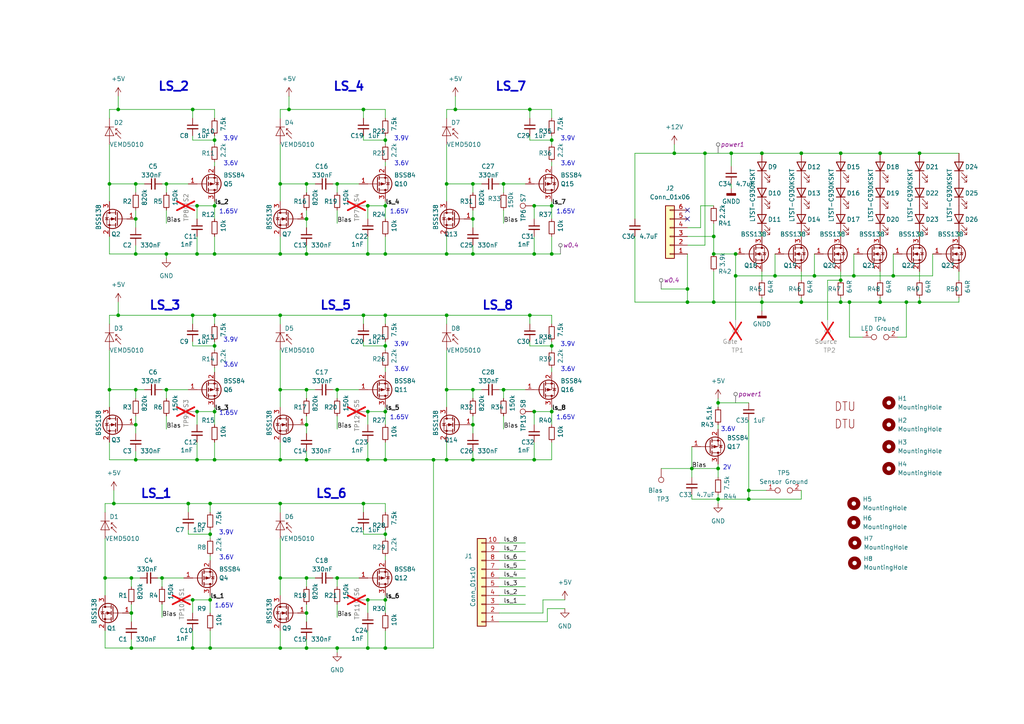
<source format=kicad_sch>
(kicad_sch (version 20230121) (generator eeschema)
  (paper "A4")
  (junction (at 207.01 87.63))
  (junction (at 255.27 44.45))
  (junction (at 39.37 73.66))
  (junction (at 62.23 73.66))
  (junction (at 39.37 133.35))
  (junction (at 236.22 80.01))
  (junction (at 247.65 80.01))
  (junction (at 39.37 123.19))
  (junction (at 232.41 87.63))
  (junction (at 208.28 135.89))
  (junction (at 81.28 187.96))
  (junction (at 81.28 133.35))
  (junction (at 81.28 91.44))
  (junction (at 111.76 133.35))
  (junction (at 88.9 167.64))
  (junction (at 137.16 113.03))
  (junction (at 62.23 59.69))
  (junction (at 97.79 187.96))
  (junction (at 212.09 44.45))
  (junction (at 213.36 73.66))
  (junction (at 55.88 173.99))
  (junction (at 200.66 135.89))
  (junction (at 154.94 59.69))
  (junction (at 199.39 83.82))
  (junction (at 232.41 44.45))
  (junction (at 48.26 113.03))
  (junction (at 57.15 59.69))
  (junction (at 246.38 87.63))
  (junction (at 129.54 73.66))
  (junction (at 106.68 119.38))
  (junction (at 160.02 40.64))
  (junction (at 81.28 73.66))
  (junction (at 208.28 116.84))
  (junction (at 105.41 91.44))
  (junction (at 39.37 63.5))
  (junction (at 153.67 91.44))
  (junction (at 62.23 119.38))
  (junction (at 217.17 142.24))
  (junction (at 88.9 177.8))
  (junction (at 224.79 80.01))
  (junction (at 30.48 167.64))
  (junction (at 243.84 44.45))
  (junction (at 160.02 59.69))
  (junction (at 88.9 187.96))
  (junction (at 266.7 87.63))
  (junction (at 111.76 100.33))
  (junction (at 97.79 53.34))
  (junction (at 137.16 53.34))
  (junction (at 137.16 63.5))
  (junction (at 137.16 133.35))
  (junction (at 88.9 53.34))
  (junction (at 207.01 68.58))
  (junction (at 88.9 133.35))
  (junction (at 154.94 133.35))
  (junction (at 81.28 53.34))
  (junction (at 81.28 167.64))
  (junction (at 48.26 53.34))
  (junction (at 132.08 31.75))
  (junction (at 146.05 113.03))
  (junction (at 262.89 87.63))
  (junction (at 266.7 44.45))
  (junction (at 97.79 113.03))
  (junction (at 62.23 40.64))
  (junction (at 88.9 63.5))
  (junction (at 106.68 173.99))
  (junction (at 111.76 154.94))
  (junction (at 259.08 80.01))
  (junction (at 60.96 146.05))
  (junction (at 125.73 133.35))
  (junction (at 62.23 100.33))
  (junction (at 34.29 91.44))
  (junction (at 81.28 113.03))
  (junction (at 160.02 119.38))
  (junction (at 111.76 119.38))
  (junction (at 204.47 44.45))
  (junction (at 60.96 187.96))
  (junction (at 97.79 167.64))
  (junction (at 88.9 113.03))
  (junction (at 111.76 187.96))
  (junction (at 129.54 91.44))
  (junction (at 146.05 53.34))
  (junction (at 38.1 187.96))
  (junction (at 31.75 113.03))
  (junction (at 199.39 87.63))
  (junction (at 160.02 73.66))
  (junction (at 60.96 154.94))
  (junction (at 220.98 87.63))
  (junction (at 106.68 187.96))
  (junction (at 207.01 73.66))
  (junction (at 33.02 146.05))
  (junction (at 46.99 167.64))
  (junction (at 31.75 53.34))
  (junction (at 39.37 113.03))
  (junction (at 111.76 59.69))
  (junction (at 111.76 73.66))
  (junction (at 38.1 167.64))
  (junction (at 54.61 146.05))
  (junction (at 154.94 119.38))
  (junction (at 88.9 73.66))
  (junction (at 55.88 187.96))
  (junction (at 111.76 173.99))
  (junction (at 243.84 87.63))
  (junction (at 55.88 31.75))
  (junction (at 55.88 91.44))
  (junction (at 129.54 133.35))
  (junction (at 137.16 73.66))
  (junction (at 195.58 44.45))
  (junction (at 60.96 173.99))
  (junction (at 39.37 53.34))
  (junction (at 106.68 73.66))
  (junction (at 81.28 146.05))
  (junction (at 106.68 133.35))
  (junction (at 57.15 133.35))
  (junction (at 217.17 144.78))
  (junction (at 160.02 100.33))
  (junction (at 208.28 144.78))
  (junction (at 106.68 59.69))
  (junction (at 129.54 53.34))
  (junction (at 220.98 44.45))
  (junction (at 57.15 119.38))
  (junction (at 213.36 80.01))
  (junction (at 129.54 113.03))
  (junction (at 111.76 40.64))
  (junction (at 83.82 31.75))
  (junction (at 88.9 123.19))
  (junction (at 243.84 81.28))
  (junction (at 62.23 91.44))
  (junction (at 105.41 146.05))
  (junction (at 62.23 133.35))
  (junction (at 137.16 123.19))
  (junction (at 57.15 73.66))
  (junction (at 255.27 87.63))
  (junction (at 111.76 91.44))
  (junction (at 154.94 73.66))
  (junction (at 34.29 31.75))
  (junction (at 48.26 73.66))
  (junction (at 153.67 31.75))
  (junction (at 38.1 177.8))
  (junction (at 105.41 31.75))
  (no_connect (at 199.39 60.96))
  (no_connect (at 199.39 63.5))
  (wire (pts (xy 31.75 73.66) (xy 31.75 68.58)))
  (wire (pts (xy 160.02 39.37) (xy 160.02 40.64)))
  (wire (pts (xy 39.37 120.65) (xy 39.37 123.19)))
  (wire (pts (xy 33.02 146.05) (xy 54.61 146.05)))
  (wire (pts (xy 39.37 73.66) (xy 48.26 73.66)))
  (wire (pts (xy 111.76 118.11) (xy 111.76 119.38)))
  (wire (pts (xy 160.02 46.99) (xy 160.02 48.26)))
  (wire (pts (xy 199.39 87.63) (xy 207.01 87.63)))
  (wire (pts (xy 62.23 99.06) (xy 62.23 100.33)))
  (wire (pts (xy 129.54 133.35) (xy 137.16 133.35)))
  (wire (pts (xy 243.84 86.36) (xy 243.84 87.63)))
  (wire (pts (xy 144.78 160.02) (xy 152.4 160.02)))
  (wire (pts (xy 30.48 167.64) (xy 30.48 172.72)))
  (wire (pts (xy 88.9 115.57) (xy 88.9 113.03)))
  (wire (pts (xy 212.09 53.34) (xy 212.09 54.61)))
  (wire (pts (xy 154.94 128.27) (xy 154.94 133.35)))
  (wire (pts (xy 81.28 31.75) (xy 83.82 31.75)))
  (wire (pts (xy 129.54 73.66) (xy 129.54 68.58)))
  (wire (pts (xy 207.01 73.66) (xy 213.36 73.66)))
  (wire (pts (xy 39.37 53.34) (xy 41.91 53.34)))
  (wire (pts (xy 129.54 101.6) (xy 129.54 113.03)))
  (wire (pts (xy 266.7 81.28) (xy 266.7 78.74)))
  (wire (pts (xy 111.76 91.44) (xy 129.54 91.44)))
  (wire (pts (xy 105.41 91.44) (xy 111.76 91.44)))
  (wire (pts (xy 246.38 97.79) (xy 246.38 87.63)))
  (wire (pts (xy 31.75 34.29) (xy 31.75 31.75)))
  (wire (pts (xy 158.75 176.53) (xy 158.75 180.34)))
  (wire (pts (xy 106.68 133.35) (xy 111.76 133.35)))
  (wire (pts (xy 163.83 176.53) (xy 158.75 176.53)))
  (wire (pts (xy 31.75 41.91) (xy 31.75 53.34)))
  (wire (pts (xy 45.72 167.64) (xy 46.99 167.64)))
  (wire (pts (xy 48.26 73.66) (xy 57.15 73.66)))
  (wire (pts (xy 106.68 119.38) (xy 111.76 119.38)))
  (wire (pts (xy 232.41 142.24) (xy 232.41 144.78)))
  (wire (pts (xy 153.67 40.64) (xy 160.02 40.64)))
  (wire (pts (xy 111.76 99.06) (xy 111.76 100.33)))
  (wire (pts (xy 154.94 68.58) (xy 154.94 73.66)))
  (wire (pts (xy 111.76 133.35) (xy 125.73 133.35)))
  (wire (pts (xy 81.28 53.34) (xy 81.28 58.42)))
  (wire (pts (xy 111.76 68.58) (xy 111.76 73.66)))
  (wire (pts (xy 144.78 113.03) (xy 146.05 113.03)))
  (wire (pts (xy 60.96 187.96) (xy 81.28 187.96)))
  (wire (pts (xy 88.9 113.03) (xy 81.28 113.03)))
  (wire (pts (xy 204.47 44.45) (xy 212.09 44.45)))
  (wire (pts (xy 55.88 182.88) (xy 55.88 187.96)))
  (wire (pts (xy 39.37 63.5) (xy 39.37 66.04)))
  (wire (pts (xy 88.9 63.5) (xy 88.9 66.04)))
  (wire (pts (xy 111.76 161.29) (xy 111.76 162.56)))
  (wire (pts (xy 31.75 133.35) (xy 39.37 133.35)))
  (wire (pts (xy 232.41 87.63) (xy 220.98 87.63)))
  (wire (pts (xy 105.41 31.75) (xy 105.41 34.29)))
  (wire (pts (xy 262.89 87.63) (xy 266.7 87.63)))
  (wire (pts (xy 208.28 116.84) (xy 217.17 116.84)))
  (wire (pts (xy 137.16 71.12) (xy 137.16 73.66)))
  (wire (pts (xy 224.79 80.01) (xy 236.22 80.01)))
  (wire (pts (xy 38.1 185.42) (xy 38.1 187.96)))
  (wire (pts (xy 31.75 91.44) (xy 34.29 91.44)))
  (wire (pts (xy 105.41 99.06) (xy 105.41 100.33)))
  (wire (pts (xy 160.02 119.38) (xy 160.02 123.19)))
  (wire (pts (xy 144.78 165.1) (xy 152.4 165.1)))
  (wire (pts (xy 163.83 173.99) (xy 157.48 173.99)))
  (wire (pts (xy 81.28 187.96) (xy 81.28 182.88)))
  (wire (pts (xy 46.99 175.26) (xy 46.99 179.07)))
  (wire (pts (xy 31.75 73.66) (xy 39.37 73.66)))
  (wire (pts (xy 31.75 133.35) (xy 31.75 128.27)))
  (wire (pts (xy 262.89 97.79) (xy 262.89 87.63)))
  (wire (pts (xy 30.48 146.05) (xy 33.02 146.05)))
  (wire (pts (xy 232.41 67.31) (xy 232.41 68.58)))
  (wire (pts (xy 129.54 73.66) (xy 137.16 73.66)))
  (wire (pts (xy 220.98 86.36) (xy 220.98 87.63)))
  (wire (pts (xy 88.9 167.64) (xy 91.44 167.64)))
  (wire (pts (xy 88.9 120.65) (xy 88.9 123.19)))
  (wire (pts (xy 96.52 113.03) (xy 97.79 113.03)))
  (wire (pts (xy 34.29 91.44) (xy 34.29 87.63)))
  (wire (pts (xy 129.54 113.03) (xy 129.54 118.11)))
  (wire (pts (xy 250.19 97.79) (xy 246.38 97.79)))
  (wire (pts (xy 111.76 100.33) (xy 111.76 101.6)))
  (wire (pts (xy 88.9 55.88) (xy 88.9 53.34)))
  (wire (pts (xy 199.39 83.82) (xy 199.39 87.63)))
  (wire (pts (xy 105.41 154.94) (xy 111.76 154.94)))
  (wire (pts (xy 137.16 73.66) (xy 154.94 73.66)))
  (wire (pts (xy 184.15 68.58) (xy 184.15 87.63)))
  (wire (pts (xy 62.23 118.11) (xy 62.23 119.38)))
  (wire (pts (xy 111.76 153.67) (xy 111.76 154.94)))
  (wire (pts (xy 111.76 73.66) (xy 129.54 73.66)))
  (wire (pts (xy 154.94 59.69) (xy 154.94 63.5)))
  (wire (pts (xy 57.15 119.38) (xy 57.15 123.19)))
  (wire (pts (xy 153.67 91.44) (xy 153.67 93.98)))
  (wire (pts (xy 38.1 167.64) (xy 40.64 167.64)))
  (wire (pts (xy 62.23 128.27) (xy 62.23 133.35)))
  (wire (pts (xy 111.76 187.96) (xy 125.73 187.96)))
  (wire (pts (xy 243.84 87.63) (xy 232.41 87.63)))
  (wire (pts (xy 146.05 113.03) (xy 146.05 115.57)))
  (wire (pts (xy 160.02 31.75) (xy 160.02 34.29)))
  (wire (pts (xy 153.67 99.06) (xy 153.67 100.33)))
  (wire (pts (xy 153.67 91.44) (xy 160.02 91.44)))
  (wire (pts (xy 57.15 73.66) (xy 62.23 73.66)))
  (wire (pts (xy 81.28 133.35) (xy 81.28 128.27)))
  (wire (pts (xy 30.48 156.21) (xy 30.48 167.64)))
  (wire (pts (xy 106.68 68.58) (xy 106.68 73.66)))
  (wire (pts (xy 208.28 135.89) (xy 208.28 138.43)))
  (wire (pts (xy 278.13 86.36) (xy 278.13 87.63)))
  (wire (pts (xy 34.29 91.44) (xy 55.88 91.44)))
  (wire (pts (xy 55.88 100.33) (xy 62.23 100.33)))
  (wire (pts (xy 39.37 71.12) (xy 39.37 73.66)))
  (wire (pts (xy 160.02 100.33) (xy 160.02 101.6)))
  (wire (pts (xy 160.02 91.44) (xy 160.02 93.98)))
  (wire (pts (xy 207.01 78.74) (xy 207.01 87.63)))
  (wire (pts (xy 81.28 73.66) (xy 81.28 68.58)))
  (wire (pts (xy 129.54 34.29) (xy 129.54 31.75)))
  (wire (pts (xy 39.37 123.19) (xy 39.37 125.73)))
  (wire (pts (xy 31.75 113.03) (xy 31.75 118.11)))
  (wire (pts (xy 111.76 91.44) (xy 111.76 93.98)))
  (wire (pts (xy 154.94 119.38) (xy 154.94 123.19)))
  (wire (pts (xy 46.99 167.64) (xy 53.34 167.64)))
  (wire (pts (xy 39.37 113.03) (xy 41.91 113.03)))
  (wire (pts (xy 105.41 146.05) (xy 111.76 146.05)))
  (wire (pts (xy 81.28 73.66) (xy 88.9 73.66)))
  (wire (pts (xy 203.2 59.69) (xy 207.01 59.69)))
  (wire (pts (xy 220.98 87.63) (xy 220.98 90.17)))
  (wire (pts (xy 195.58 44.45) (xy 204.47 44.45)))
  (wire (pts (xy 30.48 187.96) (xy 38.1 187.96)))
  (wire (pts (xy 236.22 73.66) (xy 236.22 80.01)))
  (wire (pts (xy 208.28 115.57) (xy 208.28 116.84)))
  (wire (pts (xy 62.23 40.64) (xy 62.23 41.91)))
  (wire (pts (xy 132.08 31.75) (xy 132.08 27.94)))
  (wire (pts (xy 106.68 59.69) (xy 106.68 63.5)))
  (wire (pts (xy 259.08 73.66) (xy 259.08 80.01)))
  (wire (pts (xy 111.76 182.88) (xy 111.76 187.96)))
  (wire (pts (xy 217.17 142.24) (xy 217.17 144.78)))
  (wire (pts (xy 160.02 128.27) (xy 160.02 133.35)))
  (wire (pts (xy 111.76 119.38) (xy 111.76 123.19)))
  (wire (pts (xy 106.68 119.38) (xy 106.68 123.19)))
  (wire (pts (xy 97.79 120.65) (xy 97.79 124.46)))
  (wire (pts (xy 55.88 91.44) (xy 55.88 93.98)))
  (wire (pts (xy 81.28 91.44) (xy 105.41 91.44)))
  (wire (pts (xy 88.9 123.19) (xy 88.9 125.73)))
  (wire (pts (xy 153.67 31.75) (xy 160.02 31.75)))
  (wire (pts (xy 132.08 31.75) (xy 153.67 31.75)))
  (wire (pts (xy 54.61 154.94) (xy 60.96 154.94)))
  (wire (pts (xy 88.9 185.42) (xy 88.9 187.96)))
  (wire (pts (xy 154.94 119.38) (xy 160.02 119.38)))
  (wire (pts (xy 57.15 119.38) (xy 62.23 119.38)))
  (wire (pts (xy 111.76 59.69) (xy 111.76 63.5)))
  (wire (pts (xy 153.67 39.37) (xy 153.67 40.64)))
  (wire (pts (xy 88.9 177.8) (xy 88.9 180.34)))
  (wire (pts (xy 57.15 59.69) (xy 57.15 63.5)))
  (wire (pts (xy 83.82 31.75) (xy 83.82 27.94)))
  (wire (pts (xy 97.79 113.03) (xy 104.14 113.03)))
  (wire (pts (xy 88.9 170.18) (xy 88.9 167.64)))
  (wire (pts (xy 137.16 53.34) (xy 129.54 53.34)))
  (wire (pts (xy 184.15 63.5) (xy 184.15 44.45)))
  (wire (pts (xy 246.38 87.63) (xy 255.27 87.63)))
  (wire (pts (xy 97.79 60.96) (xy 97.79 64.77)))
  (wire (pts (xy 129.54 53.34) (xy 129.54 58.42)))
  (wire (pts (xy 212.09 44.45) (xy 212.09 48.26)))
  (wire (pts (xy 81.28 146.05) (xy 105.41 146.05)))
  (wire (pts (xy 48.26 113.03) (xy 54.61 113.03)))
  (wire (pts (xy 129.54 93.98) (xy 129.54 91.44)))
  (wire (pts (xy 217.17 142.24) (xy 222.25 142.24)))
  (wire (pts (xy 160.02 40.64) (xy 160.02 41.91)))
  (wire (pts (xy 247.65 80.01) (xy 236.22 80.01)))
  (wire (pts (xy 247.65 73.66) (xy 247.65 80.01)))
  (wire (pts (xy 97.79 167.64) (xy 97.79 170.18)))
  (wire (pts (xy 207.01 87.63) (xy 220.98 87.63)))
  (wire (pts (xy 212.09 44.45) (xy 220.98 44.45)))
  (wire (pts (xy 60.96 172.72) (xy 60.96 173.99)))
  (wire (pts (xy 62.23 59.69) (xy 62.23 63.5)))
  (wire (pts (xy 200.66 143.51) (xy 200.66 144.78)))
  (wire (pts (xy 39.37 133.35) (xy 57.15 133.35)))
  (wire (pts (xy 199.39 68.58) (xy 207.01 68.58)))
  (wire (pts (xy 144.78 157.48) (xy 152.4 157.48)))
  (wire (pts (xy 88.9 187.96) (xy 97.79 187.96)))
  (wire (pts (xy 62.23 91.44) (xy 62.23 93.98)))
  (wire (pts (xy 111.76 172.72) (xy 111.76 173.99)))
  (wire (pts (xy 88.9 60.96) (xy 88.9 63.5)))
  (wire (pts (xy 160.02 99.06) (xy 160.02 100.33)))
  (wire (pts (xy 260.35 97.79) (xy 262.89 97.79)))
  (wire (pts (xy 153.67 31.75) (xy 153.67 34.29)))
  (wire (pts (xy 106.68 59.69) (xy 111.76 59.69)))
  (wire (pts (xy 62.23 73.66) (xy 81.28 73.66)))
  (wire (pts (xy 184.15 44.45) (xy 195.58 44.45)))
  (wire (pts (xy 240.03 92.71) (xy 240.03 81.28)))
  (wire (pts (xy 31.75 53.34) (xy 31.75 58.42)))
  (wire (pts (xy 54.61 146.05) (xy 60.96 146.05)))
  (wire (pts (xy 111.76 106.68) (xy 111.76 107.95)))
  (wire (pts (xy 160.02 106.68) (xy 160.02 107.95)))
  (wire (pts (xy 137.16 115.57) (xy 137.16 113.03)))
  (wire (pts (xy 184.15 87.63) (xy 199.39 87.63)))
  (wire (pts (xy 200.66 144.78) (xy 208.28 144.78)))
  (wire (pts (xy 81.28 101.6) (xy 81.28 113.03)))
  (wire (pts (xy 208.28 144.78) (xy 208.28 146.05)))
  (wire (pts (xy 204.47 71.12) (xy 204.47 44.45)))
  (wire (pts (xy 266.7 87.63) (xy 278.13 87.63)))
  (wire (pts (xy 125.73 133.35) (xy 129.54 133.35)))
  (wire (pts (xy 199.39 71.12) (xy 204.47 71.12)))
  (wire (pts (xy 220.98 44.45) (xy 232.41 44.45)))
  (wire (pts (xy 243.84 87.63) (xy 246.38 87.63)))
  (wire (pts (xy 39.37 60.96) (xy 39.37 63.5)))
  (wire (pts (xy 203.2 66.04) (xy 203.2 59.69)))
  (wire (pts (xy 213.36 80.01) (xy 224.79 80.01)))
  (wire (pts (xy 39.37 130.81) (xy 39.37 133.35)))
  (wire (pts (xy 60.96 173.99) (xy 60.96 177.8)))
  (wire (pts (xy 243.84 67.31) (xy 243.84 68.58)))
  (wire (pts (xy 106.68 173.99) (xy 111.76 173.99)))
  (wire (pts (xy 213.36 80.01) (xy 213.36 73.66)))
  (wire (pts (xy 207.01 64.77) (xy 207.01 68.58)))
  (wire (pts (xy 62.23 106.68) (xy 62.23 107.95)))
  (wire (pts (xy 97.79 187.96) (xy 106.68 187.96)))
  (wire (pts (xy 39.37 113.03) (xy 31.75 113.03)))
  (wire (pts (xy 39.37 53.34) (xy 31.75 53.34)))
  (wire (pts (xy 39.37 55.88) (xy 39.37 53.34)))
  (wire (pts (xy 144.78 162.56) (xy 152.4 162.56)))
  (wire (pts (xy 97.79 175.26) (xy 97.79 179.07)))
  (wire (pts (xy 240.03 81.28) (xy 243.84 81.28)))
  (wire (pts (xy 96.52 53.34) (xy 97.79 53.34)))
  (wire (pts (xy 146.05 113.03) (xy 152.4 113.03)))
  (wire (pts (xy 97.79 53.34) (xy 104.14 53.34)))
  (wire (pts (xy 55.88 40.64) (xy 62.23 40.64)))
  (wire (pts (xy 106.68 187.96) (xy 111.76 187.96)))
  (wire (pts (xy 160.02 68.58) (xy 160.02 73.66)))
  (wire (pts (xy 46.99 113.03) (xy 48.26 113.03)))
  (wire (pts (xy 81.28 93.98) (xy 81.28 91.44)))
  (wire (pts (xy 33.02 146.05) (xy 33.02 142.24)))
  (wire (pts (xy 105.41 39.37) (xy 105.41 40.64)))
  (wire (pts (xy 48.26 73.66) (xy 48.26 74.93)))
  (wire (pts (xy 106.68 128.27) (xy 106.68 133.35)))
  (wire (pts (xy 255.27 67.31) (xy 255.27 68.58)))
  (wire (pts (xy 144.78 167.64) (xy 152.4 167.64)))
  (wire (pts (xy 146.05 120.65) (xy 146.05 124.46)))
  (wire (pts (xy 146.05 53.34) (xy 152.4 53.34)))
  (wire (pts (xy 111.76 58.42) (xy 111.76 59.69)))
  (wire (pts (xy 220.98 81.28) (xy 220.98 78.74)))
  (wire (pts (xy 88.9 133.35) (xy 106.68 133.35)))
  (wire (pts (xy 38.1 167.64) (xy 30.48 167.64)))
  (wire (pts (xy 111.76 39.37) (xy 111.76 40.64)))
  (wire (pts (xy 160.02 73.66) (xy 162.56 73.66)))
  (wire (pts (xy 62.23 46.99) (xy 62.23 48.26)))
  (wire (pts (xy 105.41 31.75) (xy 111.76 31.75)))
  (wire (pts (xy 154.94 73.66) (xy 160.02 73.66)))
  (wire (pts (xy 48.26 60.96) (xy 48.26 64.77)))
  (wire (pts (xy 34.29 31.75) (xy 34.29 27.94)))
  (wire (pts (xy 195.58 41.91) (xy 195.58 44.45)))
  (wire (pts (xy 106.68 182.88) (xy 106.68 187.96)))
  (wire (pts (xy 38.1 175.26) (xy 38.1 177.8)))
  (wire (pts (xy 160.02 59.69) (xy 160.02 63.5)))
  (wire (pts (xy 88.9 113.03) (xy 91.44 113.03)))
  (wire (pts (xy 62.23 100.33) (xy 62.23 101.6)))
  (wire (pts (xy 88.9 167.64) (xy 81.28 167.64)))
  (wire (pts (xy 97.79 53.34) (xy 97.79 55.88)))
  (wire (pts (xy 57.15 128.27) (xy 57.15 133.35)))
  (wire (pts (xy 154.94 133.35) (xy 160.02 133.35)))
  (wire (pts (xy 62.23 68.58) (xy 62.23 73.66)))
  (wire (pts (xy 208.28 143.51) (xy 208.28 144.78)))
  (wire (pts (xy 137.16 133.35) (xy 154.94 133.35)))
  (wire (pts (xy 137.16 53.34) (xy 139.7 53.34)))
  (wire (pts (xy 60.96 146.05) (xy 81.28 146.05)))
  (wire (pts (xy 55.88 31.75) (xy 55.88 34.29)))
  (wire (pts (xy 81.28 34.29) (xy 81.28 31.75)))
  (wire (pts (xy 88.9 130.81) (xy 88.9 133.35)))
  (wire (pts (xy 62.23 31.75) (xy 62.23 34.29)))
  (wire (pts (xy 62.23 119.38) (xy 62.23 123.19)))
  (wire (pts (xy 144.78 53.34) (xy 146.05 53.34)))
  (wire (pts (xy 200.66 135.89) (xy 208.28 135.89)))
  (wire (pts (xy 48.26 53.34) (xy 48.26 55.88)))
  (wire (pts (xy 88.9 73.66) (xy 106.68 73.66)))
  (wire (pts (xy 154.94 59.69) (xy 160.02 59.69)))
  (wire (pts (xy 54.61 146.05) (xy 54.61 148.59)))
  (wire (pts (xy 157.48 173.99) (xy 157.48 177.8)))
  (wire (pts (xy 55.88 39.37) (xy 55.88 40.64)))
  (wire (pts (xy 144.78 175.26) (xy 152.4 175.26)))
  (wire (pts (xy 191.77 83.82) (xy 199.39 83.82)))
  (wire (pts (xy 129.54 91.44) (xy 153.67 91.44)))
  (wire (pts (xy 137.16 120.65) (xy 137.16 123.19)))
  (wire (pts (xy 60.96 153.67) (xy 60.96 154.94)))
  (wire (pts (xy 83.82 31.75) (xy 105.41 31.75)))
  (wire (pts (xy 97.79 187.96) (xy 97.79 189.23)))
  (wire (pts (xy 129.54 31.75) (xy 132.08 31.75)))
  (wire (pts (xy 217.17 144.78) (xy 208.28 144.78)))
  (wire (pts (xy 146.05 53.34) (xy 146.05 55.88)))
  (wire (pts (xy 137.16 113.03) (xy 139.7 113.03)))
  (wire (pts (xy 30.48 187.96) (xy 30.48 182.88)))
  (wire (pts (xy 60.96 161.29) (xy 60.96 162.56)))
  (wire (pts (xy 81.28 133.35) (xy 88.9 133.35)))
  (wire (pts (xy 55.88 91.44) (xy 62.23 91.44)))
  (wire (pts (xy 129.54 41.91) (xy 129.54 53.34)))
  (wire (pts (xy 60.96 182.88) (xy 60.96 187.96)))
  (wire (pts (xy 55.88 173.99) (xy 55.88 177.8)))
  (wire (pts (xy 88.9 53.34) (xy 91.44 53.34)))
  (wire (pts (xy 157.48 177.8) (xy 144.78 177.8)))
  (wire (pts (xy 266.7 44.45) (xy 278.13 44.45)))
  (wire (pts (xy 160.02 118.11) (xy 160.02 119.38)))
  (wire (pts (xy 39.37 115.57) (xy 39.37 113.03)))
  (wire (pts (xy 160.02 58.42) (xy 160.02 59.69)))
  (wire (pts (xy 46.99 53.34) (xy 48.26 53.34)))
  (wire (pts (xy 60.96 154.94) (xy 60.96 156.21)))
  (wire (pts (xy 266.7 67.31) (xy 266.7 68.58)))
  (wire (pts (xy 129.54 133.35) (xy 129.54 128.27)))
  (wire (pts (xy 38.1 177.8) (xy 38.1 180.34)))
  (wire (pts (xy 220.98 67.31) (xy 220.98 68.58)))
  (wire (pts (xy 57.15 59.69) (xy 62.23 59.69)))
  (wire (pts (xy 38.1 187.96) (xy 55.88 187.96)))
  (wire (pts (xy 57.15 68.58) (xy 57.15 73.66)))
  (wire (pts (xy 60.96 146.05) (xy 60.96 148.59)))
  (wire (pts (xy 200.66 129.54) (xy 200.66 135.89)))
  (wire (pts (xy 105.41 91.44) (xy 105.41 93.98)))
  (wire (pts (xy 111.76 146.05) (xy 111.76 148.59)))
  (wire (pts (xy 62.23 91.44) (xy 81.28 91.44)))
  (wire (pts (xy 105.41 100.33) (xy 111.76 100.33)))
  (wire (pts (xy 30.48 148.59) (xy 30.48 146.05)))
  (wire (pts (xy 81.28 187.96) (xy 88.9 187.96)))
  (wire (pts (xy 55.88 173.99) (xy 60.96 173.99)))
  (wire (pts (xy 81.28 148.59) (xy 81.28 146.05)))
  (wire (pts (xy 207.01 68.58) (xy 207.01 73.66)))
  (wire (pts (xy 232.41 86.36) (xy 232.41 87.63)))
  (wire (pts (xy 232.41 81.28) (xy 232.41 78.74)))
  (wire (pts (xy 243.84 44.45) (xy 255.27 44.45)))
  (wire (pts (xy 81.28 156.21) (xy 81.28 167.64)))
  (wire (pts (xy 255.27 44.45) (xy 266.7 44.45)))
  (wire (pts (xy 137.16 130.81) (xy 137.16 133.35)))
  (wire (pts (xy 137.16 123.19) (xy 137.16 125.73)))
  (wire (pts (xy 62.23 58.42) (xy 62.23 59.69)))
  (wire (pts (xy 144.78 170.18) (xy 152.4 170.18)))
  (wire (pts (xy 97.79 167.64) (xy 104.14 167.64)))
  (wire (pts (xy 199.39 73.66) (xy 199.39 83.82)))
  (wire (pts (xy 38.1 170.18) (xy 38.1 167.64)))
  (wire (pts (xy 278.13 67.31) (xy 278.13 68.58)))
  (wire (pts (xy 111.76 31.75) (xy 111.76 34.29)))
  (wire (pts (xy 48.26 120.65) (xy 48.26 124.46)))
  (wire (pts (xy 232.41 44.45) (xy 243.84 44.45)))
  (wire (pts (xy 153.67 100.33) (xy 160.02 100.33)))
  (wire (pts (xy 137.16 55.88) (xy 137.16 53.34)))
  (wire (pts (xy 137.16 60.96) (xy 137.16 63.5)))
  (wire (pts (xy 55.88 187.96) (xy 60.96 187.96)))
  (wire (pts (xy 232.41 144.78) (xy 217.17 144.78)))
  (wire (pts (xy 46.99 167.64) (xy 46.99 170.18)))
  (wire (pts (xy 270.51 80.01) (xy 259.08 80.01)))
  (wire (pts (xy 55.88 31.75) (xy 62.23 31.75)))
  (wire (pts (xy 111.76 154.94) (xy 111.76 156.21)))
  (wire (pts (xy 137.16 113.03) (xy 129.54 113.03)))
  (wire (pts (xy 88.9 71.12) (xy 88.9 73.66)))
  (wire (pts (xy 217.17 121.92) (xy 217.17 142.24)))
  (wire (pts (xy 259.08 80.01) (xy 247.65 80.01)))
  (wire (pts (xy 208.28 116.84) (xy 208.28 118.11)))
  (wire (pts (xy 34.29 31.75) (xy 55.88 31.75)))
  (wire (pts (xy 255.27 87.63) (xy 262.89 87.63)))
  (wire (pts (xy 55.88 99.06) (xy 55.88 100.33)))
  (wire (pts (xy 266.7 86.36) (xy 266.7 87.63)))
  (wire (pts (xy 54.61 153.67) (xy 54.61 154.94)))
  (wire (pts (xy 270.51 73.66) (xy 270.51 80.01)))
  (wire (pts (xy 243.84 81.28) (xy 243.84 78.74)))
  (wire (pts (xy 97.79 113.03) (xy 97.79 115.57)))
  (wire (pts (xy 31.75 93.98) (xy 31.75 91.44)))
  (wire (pts (xy 106.68 73.66) (xy 111.76 73.66)))
  (wire (pts (xy 199.39 66.04) (xy 203.2 66.04)))
  (wire (pts (xy 255.27 81.28) (xy 255.27 78.74)))
  (wire (pts (xy 125.73 187.96) (xy 125.73 133.35)))
  (wire (pts (xy 111.76 128.27) (xy 111.76 133.35)))
  (wire (pts (xy 111.76 40.64) (xy 111.76 41.91)))
  (wire (pts (xy 146.05 60.96) (xy 146.05 64.77)))
  (wire (pts (xy 81.28 133.35) (xy 62.23 133.35)))
  (wire (pts (xy 81.28 113.03) (xy 81.28 118.11)))
  (wire (pts (xy 31.75 31.75) (xy 34.29 31.75)))
  (wire (pts (xy 111.76 46.99) (xy 111.76 48.26)))
  (wire (pts (xy 96.52 167.64) (xy 97.79 167.64)))
  (wire (pts (xy 105.41 153.67) (xy 105.41 154.94)))
  (wire (pts (xy 57.15 133.35) (xy 62.23 133.35)))
  (wire (pts (xy 200.66 135.89) (xy 200.66 138.43)))
  (wire (pts (xy 48.26 53.34) (xy 54.61 53.34)))
  (wire (pts (xy 208.28 135.89) (xy 208.28 134.62)))
  (wire (pts (xy 111.76 173.99) (xy 111.76 177.8)))
  (wire (pts (xy 62.23 39.37) (xy 62.23 40.64)))
  (wire (pts (xy 144.78 172.72) (xy 152.4 172.72)))
  (wire (pts (xy 213.36 80.01) (xy 213.36 92.71)))
  (wire (pts (xy 81.28 41.91) (xy 81.28 53.34)))
  (wire (pts (xy 158.75 180.34) (xy 144.78 180.34)))
  (wire (pts (xy 88.9 175.26) (xy 88.9 177.8)))
  (wire (pts (xy 105.41 146.05) (xy 105.41 148.59)))
  (wire (pts (xy 224.79 73.66) (xy 224.79 80.01)))
  (wire (pts (xy 255.27 86.36) (xy 255.27 87.63)))
  (wire (pts (xy 48.26 113.03) (xy 48.26 115.57)))
  (wire (pts (xy 208.28 123.19) (xy 208.28 124.46)))
  (wire (pts (xy 278.13 81.28) (xy 278.13 78.74)))
  (wire (pts (xy 191.77 135.89) (xy 200.66 135.89)))
  (wire (pts (xy 31.75 101.6) (xy 31.75 113.03)))
  (wire (pts (xy 105.41 40.64) (xy 111.76 40.64)))
  (wire (pts (xy 88.9 53.34) (xy 81.28 53.34)))
  (wire (pts (xy 106.68 173.99) (xy 106.68 177.8)))
  (wire (pts (xy 137.16 63.5) (xy 137.16 66.04)))
  (wire (pts (xy 81.28 167.64) (xy 81.28 172.72)))
  (text "1.65V\n" (at 113.03 121.92 0) (effects (font (size 1.27 1.27)) (justify left bottom)))
  (text "1.65V\n" (at 62.23 176.53 0) (effects (font (size 1.27 1.27)) (justify left bottom)))
  (text "3.9V\n" (at 64.7235 41.0079 0) (effects (font (size 1.27 1.27)) (justify left bottom)))
  (text "LS_1" (at 40.64 144.78 0) (effects (font (size 2.5 2.5) (thickness 0.5) bold) (justify left bottom)))
  (text "2V\n" (at 209.6257 136.4441 0) (effects (font (size 1.27 1.27)) (justify left bottom)))
  (text "3.9V\n" (at 114.2535 100.6979 0) (effects (font (size 1.27 1.27)) (justify left bottom)))
  (text "LS_5" (at 92.71 90.17 0) (effects (font (size 2.5 2.5) (thickness 0.5) bold) (justify left bottom)))
  (text "3.9V\n" (at 64.7235 99.4279 0) (effects (font (size 1.27 1.27)) (justify left bottom)))
  (text "3.9V\n" (at 162.5135 100.6979 0) (effects (font (size 1.27 1.27)) (justify left bottom)))
  (text "1.65V\n" (at 161.29 62.23 0) (effects (font (size 1.27 1.27)) (justify left bottom)))
  (text "LS_2" (at 45.72 26.67 0) (effects (font (size 2.5 2.5) (thickness 0.5) bold) (justify left bottom)))
  (text "3.6V\n" (at 64.77 106.68 0) (effects (font (size 1.27 1.27)) (justify left bottom)))
  (text "3.6V\n" (at 114.3 48.26 0) (effects (font (size 1.27 1.27)) (justify left bottom)))
  (text "LS_4" (at 96.52 26.67 0) (effects (font (size 2.5 2.5) (thickness 0.5) bold) (justify left bottom)))
  (text "3.6V\n" (at 64.77 48.26 0) (effects (font (size 1.27 1.27)) (justify left bottom)))
  (text "3.9V\n" (at 162.5135 41.0079 0) (effects (font (size 1.27 1.27)) (justify left bottom)))
  (text "1.65V\n" (at 63.5 120.65 0) (effects (font (size 1.27 1.27)) (justify left bottom)))
  (text "1.65V\n" (at 161.29 121.92 0) (effects (font (size 1.27 1.27)) (justify left bottom)))
  (text "LS_6" (at 91.44 144.78 0) (effects (font (size 2.5 2.5) (thickness 0.5) bold) (justify left bottom)))
  (text "1.65V\n" (at 63.5 62.23 0) (effects (font (size 1.27 1.27)) (justify left bottom)))
  (text "3.9V\n" (at 63.4535 155.3079 0) (effects (font (size 1.27 1.27)) (justify left bottom)))
  (text "3.6V\n" (at 63.5 162.56 0) (effects (font (size 1.27 1.27)) (justify left bottom)))
  (text "3.9V\n" (at 114.2535 41.0079 0) (effects (font (size 1.27 1.27)) (justify left bottom)))
  (text "LS_7" (at 143.51 26.67 0) (effects (font (size 2.5 2.5) (thickness 0.5) bold) (justify left bottom)))
  (text "1.65V\n" (at 113.03 62.23 0) (effects (font (size 1.27 1.27)) (justify left bottom)))
  (text "3.6V\n" (at 114.3 107.95 0) (effects (font (size 1.27 1.27)) (justify left bottom)))
  (text "LS_3" (at 43.18 90.17 0) (effects (font (size 2.5 2.5) (thickness 0.5) bold) (justify left bottom)))
  (text "3.6V\n" (at 162.56 107.95 0) (effects (font (size 1.27 1.27)) (justify left bottom)))
  (text "LS_8" (at 139.7 90.17 0) (effects (font (size 2.5 2.5) (thickness 0.5) bold) (justify left bottom)))
  (text "3.6V\n" (at 209.0251 125.3533 0) (effects (font (size 1.27 1.27)) (justify left bottom)))
  (text "3.6V\n" (at 162.56 48.26 0) (effects (font (size 1.27 1.27)) (justify left bottom)))
  (label "Bias" (at 97.79 179.07 0))
  (label "ls_1" (at 60.96 173.99 0) (effects (font bold)))
  (label "ls_8" (at 146.05 157.48 0))
  (label "ls_4" (at 146.05 167.64 0))
  (label "ls_3" (at 146.05 170.18 0))
  (label "ls_5" (at 111.76 119.38 0) (effects (font bold)))
  (label "ls_8" (at 160.02 119.38 0) (effects (font bold)))
  (label "ls_6" (at 111.76 173.99 0) (effects (font bold)))
  (label "Bias" (at 97.79 124.46 0))
  (label "ls_4" (at 111.76 59.69 0) (effects (font bold)))
  (label "ls_7" (at 146.05 160.02 0))
  (label "Bias" (at 46.99 179.07 0))
  (label "Bias" (at 48.26 64.77 0))
  (label "ls_1" (at 146.05 175.26 0))
  (label "ls_3" (at 62.23 119.38 0) (effects (font bold)))
  (label "Bias" (at 200.66 135.89 0))
  (label "Bias" (at 48.26 124.46 0))
  (label "ls_7" (at 160.02 59.69 0) (effects (font bold)))
  (label "Bias" (at 97.79 64.77 0))
  (label "Bias" (at 146.05 64.77 0))
  (label "ls_5" (at 146.05 165.1 0))
  (label "ls_2" (at 146.05 172.72 0))
  (label "Bias" (at 146.05 124.46 0))
  (label "ls_6" (at 146.05 162.56 0))
  (label "ls_2" (at 62.23 59.69 0) (effects (font bold)))
  (netclass_flag "" (length 2.54) (shape round) (at 191.77 83.82 0) (property "Netclass" "w0.4" (at 192.4685 81.28 0) (effects (font italic) (justify left))))
  (netclass_flag "" (length 2.54) (shape round) (at 213.36 116.84 0) (property "Netclass" "power1" (at 214.0585 114.3 0) (effects (font italic) (justify left))))
  (netclass_flag "" (length 2.54) (shape round) (at 162.56 73.66 0) (property "Netclass" "w0.4" (at 163.2585 71.12 0) (effects (font italic) (justify left))))
  (netclass_flag "" (length 2.54) (shape round) (at 208.28 44.45 0) (property "Netclass" "power1" (at 208.9785 41.91 0) (effects (font italic) (justify left))))
  (symbol (lib_id "Device:C_Small") (at 137.16 68.58 0) (unit 1)
    (property "Reference" "C25" (at 133.35 71.12 0) (effects (justify left)))
    (property "Value" "330nF" (at 138.43 71.12 0) (effects (justify left)))
    (property "Footprint" "Capacitor_SMD:C_0805_2012Metric" (effects hide))
  )
  (symbol (lib_id "Mechanical:MountingHole") (at 257.81 135.89 0) (unit 1) (in_bom no)
    (property "Reference" "H4" (at 260.35 134.62 0) (effects (justify left)))
    (property "Value" "MountingHole" (at 260.35 137.16 0) (effects (justify left)))
    (property "Footprint" "MountingHole:MountingHole_3.2mm_M3" (effects hide))
  )
  (symbol (lib_id "Device:C_Small") (at 106.68 125.73 0) (unit 1)
    (property "Reference" "C23" (at 102.87 128.27 0) (effects (justify left)))
    (property "Value" "1nF" (at 101.8415 130.5668 0) (effects (justify left)))
    (property "Footprint" "Capacitor_SMD:C_0805_2012Metric" (effects hide))
  )
  (symbol (lib_id "Connector:TestPoint") (at 154.94 59.69 90) (unit 1) (in_bom no)
    (property "Reference" "TP6" (at 151.7957 60.6162 0) (effects (justify right)))
    (property "Value" "S7" (at 151.7414 56.0572 0) (effects (justify right)))
    (property "Footprint" "TestPoint:TestPoint_Pad_D2.0mm" (effects hide))
  )
  (symbol (lib_id "Transistor_FET:BSS84") (at 157.48 113.03 0) (mirror x) (unit 1)
    (property "Reference" "Q16" (at 162.56 113.03 0) (effects (justify left)))
    (property "Value" "BSS84" (at 162.56 110.49 0) (effects (justify left)))
    (property "Footprint" "Package_TO_SOT_SMD:SOT-23" (effects hide))
    (property "Datasheet" "http://assets.nexperia.com/documents/data-sheet/BSS84.pdf" (effects hide))
  )
  (symbol (lib_id "Device:C_Small") (at 184.15 66.04 0) (unit 1)
    (property "Reference" "C36" (at 180.34 68.58 0) (effects (justify left)))
    (property "Value" "4.7uF" (at 185.42 68.58 0) (effects (justify left)))
    (property "Footprint" "Capacitor_SMD:C_0805_2012Metric" (effects hide))
  )
  (symbol (lib_id "Transistor_FET:BSS84") (at 59.69 113.03 0) (mirror x) (unit 1)
    (property "Reference" "Q6" (at 64.77 113.03 0) (effects (justify left)))
    (property "Value" "BSS84" (at 64.77 110.49 0) (effects (justify left)))
    (property "Footprint" "Package_TO_SOT_SMD:SOT-23" (effects hide))
    (property "Datasheet" "http://assets.nexperia.com/documents/data-sheet/BSS84.pdf" (effects hide))
  )
  (symbol (lib_id "Device:LED") (at 266.7 48.26 90) (unit 1)
    (property "Reference" "D21" (at 268.4144 48.4088 90) (effects (justify right)))
    (property "Value" "LTST-C930KSKT " (at 263.9865 47.8742 0) (effects (justify right)))
    (property "Footprint" "LED_SMD:LED_1210_3225Metric" (effects hide))
    (property "Datasheet" "https://optoelectronics.liteon.com/upload/download/DS22-2000-095/LTST-C930KSKT.pdf" (effects hide))
  )
  (symbol (lib_id "Device:R_Small") (at 62.23 44.45 0) (unit 1)
    (property "Reference" "R11" (at 58.42 44.45 0) (effects (justify left)))
    (property "Value" "2.2k" (at 64.77 45.72 90) (effects (justify left)))
    (property "Footprint" "Resistor_SMD:R_0805_2012Metric" (effects hide))
  )
  (symbol (lib_id "Connector:TestPoint") (at 57.15 119.38 90) (unit 1) (in_bom no) (dnp yes)
    (property "Reference" "TP9" (at 54.0057 120.3062 0) (effects (justify right)))
    (property "Value" "S3" (at 53.9514 115.7472 0) (effects (justify right)))
    (property "Footprint" "TestPoint:TestPoint_Pad_D2.0mm" (effects hide))
  )
  (symbol (lib_id "Device:C_Small") (at 88.9 68.58 0) (unit 1)
    (property "Reference" "C13" (at 85.09 71.12 0) (effects (justify left)))
    (property "Value" "330nF" (at 90.17 71.12 0) (effects (justify left)))
    (property "Footprint" "Capacitor_SMD:C_0805_2012Metric" (effects hide))
  )
  (symbol (lib_id "Device:C_Small") (at 55.88 180.34 0) (unit 1)
    (property "Reference" "C10" (at 52.07 182.88 0) (effects (justify left)))
    (property "Value" "1nF" (at 51.0415 185.1768 0) (effects (justify left)))
    (property "Footprint" "Capacitor_SMD:C_0805_2012Metric" (effects hide))
  )
  (symbol (lib_id "Device:C_Small") (at 217.17 119.38 0) (unit 1)
    (property "Reference" "C35" (at 213.36 121.92 0) (effects (justify left)))
    (property "Value" "1uF" (at 218.44 121.92 0) (effects (justify left)))
    (property "Footprint" "Capacitor_SMD:C_0805_2012Metric" (effects hide))
  )
  (symbol (lib_id "Device:R_Small") (at 160.02 36.83 0) (unit 1)
    (property "Reference" "R35" (at 156.21 38.1 0) (effects (justify left)))
    (property "Value" "7.5k" (at 162.56 38.1 90) (effects (justify left)))
    (property "Footprint" "Resistor_SMD:R_0805_2012Metric" (effects hide))
  )
  (symbol (lib_id "Transistor_FET:BSS138") (at 218.44 73.66 0) (unit 1)
    (property "Reference" "Q18" (at 215.7757 77.0019 0) (effects (justify left)))
    (property "Value" "BSS138" (at 214.8071 67.9384 0) (effects (justify left)))
    (property "Footprint" "Package_TO_SOT_SMD:SOT-23" (effects hide))
    (property "Datasheet" "https://www.onsemi.com/pub/Collateral/BSS138-D.PDF" (effects hide))
  )
  (symbol (lib_id "Connector:TestPoint") (at 191.77 135.89 180) (unit 1) (in_bom no) (on_board no)
    (property "Reference" "TP3" (at 190.5 144.78 0) (effects (justify right)))
    (property "Value" "Bias" (at 187.96 142.24 0) (effects (justify right)))
    (property "Footprint" "TestPoint:TestPoint_Pad_D2.0mm" (effects hide))
  )
  (symbol (lib_id "Device:R_Small") (at 88.9 172.72 0) (unit 1)
    (property "Reference" "R18" (at 85.09 172.72 0) (effects (justify left)))
    (property "Value" "820k" (at 91.44 173.99 90) (effects (justify left)))
    (property "Footprint" "Resistor_SMD:R_0805_2012Metric" (effects hide))
  )
  (symbol (lib_id "Device:R_Small") (at 88.9 118.11 0) (unit 1)
    (property "Reference" "R17" (at 85.09 118.11 0) (effects (justify left)))
    (property "Value" "820k" (at 91.44 119.38 90) (effects (justify left)))
    (property "Footprint" "Resistor_SMD:R_0805_2012Metric" (effects hide))
  )
  (symbol (lib_id "power:GND") (at 48.26 74.93 0) (unit 1)
    (property "Reference" "#PWR04" (effects hide))
    (property "Value" "GND" (at 48.26 80.01 0))
  )
  (symbol (lib_id "Connector:TestPoint") (at 213.36 92.71 180) (unit 1) (in_bom no) (dnp yes)
    (property "Reference" "TP1" (at 212.09 101.6 0) (effects (justify right)))
    (property "Value" "Gate" (at 209.55 99.06 0) (effects (justify right)))
    (property "Footprint" "TestPoint:TestPoint_Pad_D2.0mm" (effects hide))
  )
  (symbol (lib_id "Device:C_Small") (at 39.37 68.58 0) (unit 1)
    (property "Reference" "C2" (at 35.56 71.12 0) (effects (justify left)))
    (property "Value" "330nF" (at 40.64 71.12 0) (effects (justify left)))
    (property "Footprint" "Capacitor_SMD:C_0805_2012Metric" (effects hide))
  )
  (symbol (lib_id "power:GND") (at 97.79 189.23 0) (unit 1)
    (property "Reference" "#PWR06" (effects hide))
    (property "Value" "GND" (at 97.79 194.31 0))
  )
  (symbol (lib_id "Device:C_Small") (at 44.45 53.34 90) (unit 1)
    (property "Reference" "C5" (at 45.72 48.26 90) (effects (justify left)))
    (property "Value" "330nF" (at 46.99 50.8 90) (effects (justify left)))
    (property "Footprint" "Capacitor_SMD:C_0805_2012Metric" (effects hide))
  )
  (symbol (lib_id "Transistor_FET:BSS138") (at 132.08 63.5 0) (mirror y) (unit 1)
    (property "Reference" "Q13" (at 132.8048 67.9139 0) (effects (justify left)))
    (property "Value" "BSS138" (at 126.3585 66.7528 90) (effects (justify left)))
    (property "Footprint" "Package_TO_SOT_SMD:SOT-23" (effects hide))
    (property "Datasheet" "https://www.onsemi.com/pub/Collateral/BSS138-D.PDF" (effects hide))
  )
  (symbol (lib_id "Device:C_Small") (at 39.37 128.27 0) (unit 1)
    (property "Reference" "C3" (at 35.56 130.81 0) (effects (justify left)))
    (property "Value" "330nF" (at 40.64 130.81 0) (effects (justify left)))
    (property "Footprint" "Capacitor_SMD:C_0805_2012Metric" (effects hide))
  )
  (symbol (lib_id "Device:R_Small") (at 111.76 180.34 0) (unit 1)
    (property "Reference" "R30" (at 107.95 176.53 0) (effects (justify left)))
    (property "Value" "10k" (at 114.3 181.61 90) (effects (justify left)))
    (property "Footprint" "Resistor_SMD:R_0805_2012Metric" (effects hide))
  )
  (symbol (lib_id "power:GNDD") (at 212.09 54.61 0) (unit 1)
    (property "Reference" "#PWR013" (effects hide))
    (property "Value" "GNDD" (at 212.09 58.42 0))
  )
  (symbol (lib_id "Device:C_Small") (at 212.09 50.8 0) (unit 1)
    (property "Reference" "C34" (at 208.28 53.34 0) (effects (justify left)))
    (property "Value" "4.7uF" (at 213.36 53.34 0) (effects (justify left)))
    (property "Footprint" "Capacitor_SMD:C_0805_2012Metric" (effects hide))
  )
  (symbol (lib_id "Transistor_FET:BSS138") (at 132.08 123.19 0) (mirror y) (unit 1)
    (property "Reference" "Q14" (at 132.8048 127.6039 0) (effects (justify left)))
    (property "Value" "BSS138" (at 126.3585 126.4428 90) (effects (justify left)))
    (property "Footprint" "Package_TO_SOT_SMD:SOT-23" (effects hide))
    (property "Datasheet" "https://www.onsemi.com/pub/Collateral/BSS138-D.PDF" (effects hide))
  )
  (symbol (lib_id "Device:LED") (at 266.7 55.88 90) (unit 1)
    (property "Reference" "D22" (at 268.4144 56.0288 90) (effects (justify right)))
    (property "Value" "LTST-C930KSKT " (effects hide))
    (property "Footprint" "LED_SMD:LED_1210_3225Metric" (effects hide))
    (property "Datasheet" "https://optoelectronics.liteon.com/upload/download/DS22-2000-095/LTST-C930KSKT.pdf" (effects hide))
  )
  (symbol (lib_id "Device:R_Small") (at 207.01 62.23 0) (unit 1)
    (property "Reference" "R41" (at 208.28 64.77 0) (effects (justify left)))
    (property "Value" "2.2k" (at 209.55 63.5 90) (effects (justify left)))
    (property "Footprint" "Resistor_SMD:R_0805_2012Metric" (effects hide))
  )
  (symbol (lib_id "Device:C_Small") (at 154.94 125.73 0) (unit 1)
    (property "Reference" "C32" (at 151.13 128.27 0) (effects (justify left)))
    (property "Value" "1nF" (at 150.1015 130.5668 0) (effects (justify left)))
    (property "Footprint" "Capacitor_SMD:C_0805_2012Metric" (effects hide))
    (property "Datasheet" "https://www.pcbway.com/components/detail/08051C102KAT2A/1008267/" (effects hide))
  )
  (symbol (lib_id "VEMD5010X01:VEMD5010") (at 81.28 99.06 270) (unit 1)
    (property "Reference" "D5" (at 82.55 95.25 90) (effects (justify left)))
    (property "Value" "VEMD5010" (at 81.28 101.6 90) (effects (justify left)))
    (property "Footprint" "VEMD5010X01:SMT_VEMD5010" (effects hide))
    (property "Datasheet" "https://www.vishay.com/docs/84202/vemd5010x01.pdf" (effects hide))
  )
  (symbol (lib_id "Device:LED") (at 243.84 48.26 90) (unit 1)
    (property "Reference" "D15" (at 245.5544 48.4088 90) (effects (justify right)))
    (property "Value" "LTST-C930KSKT " (at 241.1265 47.8742 0) (effects (justify right)))
    (property "Footprint" "LED_SMD:LED_1210_3225Metric" (effects hide))
    (property "Datasheet" "https://optoelectronics.liteon.com/upload/download/DS22-2000-095/LTST-C930KSKT.pdf" (effects hide))
  )
  (symbol (lib_id "VEMD5010X01:VEMD5010") (at 81.28 39.37 270) (unit 1)
    (property "Reference" "D4" (at 82.55 35.56 90) (effects (justify left)))
    (property "Value" "VEMD5010" (at 81.28 41.91 90) (effects (justify left)))
    (property "Footprint" "VEMD5010X01:SMT_VEMD5010" (effects hide))
    (property "Datasheet" "https://www.vishay.com/docs/84202/vemd5010x01.pdf" (effects hide))
  )
  (symbol (lib_id "Transistor_FET:BSS138") (at 229.87 73.66 0) (unit 1)
    (property "Reference" "Q19" (at 227.2057 77.0019 0) (effects (justify left)))
    (property "Value" "BSS138" (at 226.2371 67.9384 0) (effects (justify left)))
    (property "Footprint" "Package_TO_SOT_SMD:SOT-23" (effects hide))
    (property "Datasheet" "https://www.onsemi.com/pub/Collateral/BSS138-D.PDF" (effects hide))
  )
  (symbol (lib_id "Device:R_Small") (at 62.23 104.14 0) (unit 1)
    (property "Reference" "R14" (at 58.42 104.14 0) (effects (justify left)))
    (property "Value" "2.2k" (at 64.77 105.41 90) (effects (justify left)))
    (property "Footprint" "Resistor_SMD:R_0805_2012Metric" (effects hide))
  )
  (symbol (lib_id "Device:C_Small") (at 142.24 53.34 90) (unit 1)
    (property "Reference" "C27" (at 143.51 48.26 90) (effects (justify left)))
    (property "Value" "330nF" (at 144.78 50.8 90) (effects (justify left)))
    (property "Footprint" "Capacitor_SMD:C_0805_2012Metric" (effects hide))
  )
  (symbol (lib_id "Device:R_Small") (at 111.76 104.14 0) (unit 1)
    (property "Reference" "R26" (at 107.95 104.14 0) (effects (justify left)))
    (property "Value" "2.2k" (at 114.3 105.41 90) (effects (justify left)))
    (property "Footprint" "Resistor_SMD:R_0805_2012Metric" (effects hide))
  )
  (symbol (lib_id "Device:LED") (at 232.41 63.5 90) (unit 1)
    (property "Reference" "D14" (at 234.1244 63.6488 90) (effects (justify right)))
    (property "Value" "LTST-C930KSKT " (effects hide))
    (property "Footprint" "LED_SMD:LED_1210_3225Metric" (effects hide))
    (property "Datasheet" "https://optoelectronics.liteon.com/upload/download/DS22-2000-095/LTST-C930KSKT.pdf" (effects hide))
  )
  (symbol (lib_id "Device:R_Small") (at 62.23 125.73 0) (unit 1)
    (property "Reference" "R15" (at 58.42 121.92 0) (effects (justify left)))
    (property "Value" "10k" (at 64.77 127 90) (effects (justify left)))
    (property "Footprint" "Resistor_SMD:R_0805_2012Metric" (effects hide))
  )
  (symbol (lib_id "Device:R_Small") (at 111.76 125.73 0) (unit 1)
    (property "Reference" "R27" (at 107.95 121.92 0) (effects (justify left)))
    (property "Value" "10k" (at 114.3 127 90) (effects (justify left)))
    (property "Footprint" "Resistor_SMD:R_0805_2012Metric" (effects hide))
  )
  (symbol (lib_id "power:+5V") (at 132.08 27.94 0) (unit 1)
    (property "Reference" "#PWR07" (effects hide))
    (property "Value" "+5V" (at 132.08 22.86 0))
  )
  (symbol (lib_id "VEMD5010X01:VEMD5010") (at 31.75 99.06 270) (unit 1)
    (property "Reference" "D3" (at 33.02 95.25 90) (effects (justify left)))
    (property "Value" "VEMD5010" (at 31.75 101.6 90) (effects (justify left)))
    (property "Footprint" "VEMD5010X01:SMT_VEMD5010" (effects hide))
    (property "Datasheet" "https://www.vishay.com/docs/84202/vemd5010x01.pdf" (effects hide))
  )
  (symbol (lib_id "Device:R_Small") (at 160.02 44.45 0) (unit 1)
    (property "Reference" "R36" (at 156.21 44.45 0) (effects (justify left)))
    (property "Value" "2.2k" (at 162.56 45.72 90) (effects (justify left)))
    (property "Footprint" "Resistor_SMD:R_0805_2012Metric" (effects hide))
  )
  (symbol (lib_id "Connector_Generic:Conn_01x06") (at 194.31 68.58 180) (unit 1)
    (property "Reference" "J2" (at 194.31 54.61 0))
    (property "Value" "Conn_01x06" (at 194.31 57.15 0))
    (property "Footprint" "Connector_JST:JST_PH_S6B-PH-SM4-TB_1x06-1MP_P2.00mm_Horizontal" (effects hide))
    (property "Datasheet" "https://www.jst-mfg.com/product/pdf/eng/ePH.pdf" (effects hide))
    (property "PN" "S6B-PH-SM4-TB(LF)(SN)" (effects hide))
  )
  (symbol (lib_id "Device:LED") (at 220.98 48.26 90) (unit 1)
    (property "Reference" "D9" (at 222.6944 48.4088 90) (effects (justify right)))
    (property "Value" "LTST-C930KSKT " (at 218.2665 47.8742 0) (effects (justify right)))
    (property "Footprint" "LED_SMD:LED_1210_3225Metric" (effects hide))
    (property "Datasheet" "https://optoelectronics.liteon.com/upload/download/DS22-2000-095/LTST-C930KSKT.pdf" (effects hide))
  )
  (symbol (lib_id "Transistor_FET:BSS138") (at 252.73 73.66 0) (unit 1)
    (property "Reference" "Q21" (at 250.0657 77.0019 0) (effects (justify left)))
    (property "Value" "BSS138" (at 249.0971 67.9384 0) (effects (justify left)))
    (property "Footprint" "Package_TO_SOT_SMD:SOT-23" (effects hide))
    (property "Datasheet" "https://www.onsemi.com/pub/Collateral/BSS138-D.PDF" (effects hide))
  )
  (symbol (lib_id "Device:C_Small") (at 153.67 96.52 0) (unit 1)
    (property "Reference" "C30" (at 149.86 99.06 0) (effects (justify left)))
    (property "Value" "1uF" (at 154.94 99.06 0) (effects (justify left)))
    (property "Footprint" "Capacitor_SMD:C_0805_2012Metric" (effects hide))
  )
  (symbol (lib_id "Transistor_FET:BSS84") (at 109.22 53.34 0) (mirror x) (unit 1)
    (property "Reference" "Q10" (at 114.3 53.34 0) (effects (justify left)))
    (property "Value" "BSS84" (at 114.3 50.8 0) (effects (justify left)))
    (property "Footprint" "Package_TO_SOT_SMD:SOT-23" (effects hide))
    (property "Datasheet" "http://assets.nexperia.com/documents/data-sheet/BSS84.pdf" (effects hide))
  )
  (symbol (lib_id "dtumedium-13mm:DTUMEDIUM-13MM") (at 245.11 124.46 0) (unit 1) (in_bom no)
    (property "Reference" "L2" (effects hide))
    (property "Value" "DTUMEDIUM-13MM" (effects hide))
    (property "Footprint" "Library_regbot_2023:DTU-MEDIUM-9MM" (effects hide))
  )
  (symbol (lib_id "Mechanical:MountingHole") (at 257.81 123.19 0) (unit 1) (in_bom no)
    (property "Reference" "H2" (at 260.35 121.92 0) (effects (justify left)))
    (property "Value" "MountingHole" (at 260.35 124.46 0) (effects (justify left)))
    (property "Footprint" "MountingHole:MountingHole_3.2mm_M3" (effects hide))
  )
  (symbol (lib_id "Device:C_Small") (at 93.98 113.03 90) (unit 1)
    (property "Reference" "C17" (at 95.25 107.95 90) (effects (justify left)))
    (property "Value" "330nF" (at 96.52 110.49 90) (effects (justify left)))
    (property "Footprint" "Capacitor_SMD:C_0805_2012Metric" (effects hide))
  )
  (symbol (lib_id "Transistor_FET:BSS138") (at 83.82 177.8 0) (mirror y) (unit 1)
    (property "Reference" "Q9" (at 84.5448 182.2139 0) (effects (justify left)))
    (property "Value" "BSS138" (at 78.0985 181.0528 90) (effects (justify left)))
    (property "Footprint" "Package_TO_SOT_SMD:SOT-23" (effects hide))
    (property "Datasheet" "https://www.onsemi.com/pub/Collateral/BSS138-D.PDF" (effects hide))
  )
  (symbol (lib_id "Device:R_Small") (at 60.96 158.75 0) (unit 1)
    (property "Reference" "R8" (at 57.15 158.75 0) (effects (justify left)))
    (property "Value" "2.2k" (at 63.5 160.02 90) (effects (justify left)))
    (property "Footprint" "Resistor_SMD:R_0805_2012Metric" (effects hide))
  )
  (symbol (lib_id "Mechanical:MountingHole") (at 247.8711 163.3096 0) (unit 1) (in_bom no)
    (property "Reference" "H8" (at 250.4111 162.0396 0) (effects (justify left)))
    (property "Value" "MountingHole" (at 250.4111 164.5796 0) (effects (justify left)))
    (property "Footprint" "MountingHole:MountingHole_2.7mm_M2.5" (effects hide))
  )
  (symbol (lib_id "Device:R_Small") (at 207.01 76.2 0) (unit 1)
    (property "Reference" "R42" (at 208.28 78.74 0) (effects (justify left)))
    (property "Value" "3.9k" (at 209.55 77.47 90) (effects (justify left)))
    (property "Footprint" "Resistor_SMD:R_0805_2012Metric" (effects hide))
  )
  (symbol (lib_id "Mechanical:MountingHole") (at 247.6573 151.5522 0) (unit 1) (in_bom no)
    (property "Reference" "H6" (at 250.1973 150.2822 0) (effects (justify left)))
    (property "Value" "MountingHole" (at 250.1973 152.8222 0) (effects (justify left)))
    (property "Footprint" "MountingHole:MountingHole_2.7mm_M2.5" (effects hide))
  )
  (symbol (lib_id "Device:C_Small") (at 153.67 36.83 0) (unit 1)
    (property "Reference" "C29" (at 149.86 39.37 0) (effects (justify left)))
    (property "Value" "1uF" (at 154.94 39.37 0) (effects (justify left)))
    (property "Footprint" "Capacitor_SMD:C_0805_2012Metric" (effects hide))
  )
  (symbol (lib_id "Connector:TestPoint") (at 106.68 119.38 90) (unit 1) (in_bom no) (dnp yes)
    (property "Reference" "TP12" (at 103.5357 120.3062 0) (effects (justify right)))
    (property "Value" "S5" (at 103.4814 115.7472 0) (effects (justify right)))
    (property "Footprint" "TestPoint:TestPoint_Pad_D2.0mm" (effects hide))
  )
  (symbol (lib_id "power:GND") (at 163.83 176.53 0) (unit 1)
    (property "Reference" "#PWR09" (effects hide))
    (property "Value" "GND" (at 163.83 181.61 0))
  )
  (symbol (lib_id "Device:R_Small") (at 60.96 180.34 0) (unit 1)
    (property "Reference" "R9" (at 57.15 176.53 0) (effects (justify left)))
    (property "Value" "10k" (at 63.5 181.61 90) (effects (justify left)))
    (property "Footprint" "Resistor_SMD:R_0805_2012Metric" (effects hide))
  )
  (symbol (lib_id "Connector_Generic:Conn_01x10") (at 139.7 170.18 180) (unit 1)
    (property "Reference" "J1" (at 135.89 161.29 0))
    (property "Value" "Conn_01x10" (at 137.16 170.18 90))
    (property "Footprint" "Connector_JST:JST_PH_S10B-PH-SM4-TB_1x10-1MP_P2.00mm_Horizontal" (effects hide))
    (property "Datasheet" "https://www.jst-mfg.com/product/pdf/eng/ePH.pdf" (effects hide))
    (property "PN" "S10B-PH-SM4-TB(LF)(SN) " (effects hide))
  )
  (symbol (lib_id "Device:LED") (at 255.27 63.5 90) (unit 1)
    (property "Reference" "D20" (at 256.9844 63.6488 90) (effects (justify right)))
    (property "Value" "LTST-C930KSKT " (effects hide))
    (property "Footprint" "LED_SMD:LED_1210_3225Metric" (effects hide))
    (property "Datasheet" "https://optoelectronics.liteon.com/upload/download/DS22-2000-095/LTST-C930KSKT.pdf" (effects hide))
  )
  (symbol (lib_id "Mechanical:MountingHole") (at 257.81 129.54 0) (unit 1) (in_bom no)
    (property "Reference" "H3" (at 260.35 128.27 0) (effects (justify left)))
    (property "Value" "MountingHole" (at 260.35 130.81 0) (effects (justify left)))
    (property "Footprint" "MountingHole:MountingHole_3.2mm_M3" (effects hide))
  )
  (symbol (lib_id "VEMD5010X01:VEMD5010") (at 31.75 39.37 270) (unit 1)
    (property "Reference" "D2" (at 33.02 35.56 90) (effects (justify left)))
    (property "Value" "VEMD5010" (at 31.75 41.91 90) (effects (justify left)))
    (property "Footprint" "VEMD5010X01:SMT_VEMD5010" (effects hide))
    (property "Datasheet" "https://www.vishay.com/docs/84202/vemd5010x01.pdf" (effects hide))
  )
  (symbol (lib_id "Transistor_FET:BSS138") (at 33.02 177.8 0) (mirror y) (unit 1)
    (property "Reference" "Q1" (at 33.7448 182.2139 0) (effects (justify left)))
    (property "Value" "BSS138" (at 27.2985 181.0528 90) (effects (justify left)))
    (property "Footprint" "Package_TO_SOT_SMD:SOT-23" (effects hide))
    (property "Datasheet" "https://www.onsemi.com/pub/Collateral/BSS138-D.PDF" (effects hide))
  )
  (symbol (lib_id "Device:R_Small") (at 111.76 158.75 0) (unit 1)
    (property "Reference" "R29" (at 107.95 158.75 0) (effects (justify left)))
    (property "Value" "2.2k" (at 114.3 160.02 90) (effects (justify left)))
    (property "Footprint" "Resistor_SMD:R_0805_2012Metric" (effects hide))
  )
  (symbol (lib_id "Device:R_Small") (at 39.37 58.42 0) (unit 1)
    (property "Reference" "R2" (at 35.56 58.42 0) (effects (justify left)))
    (property "Value" "820k" (at 41.91 59.69 90) (effects (justify left)))
    (property "Footprint" "Resistor_SMD:R_0805_2012Metric" (effects hide))
  )
  (symbol (lib_id "Connector:TestPoint") (at 57.15 59.69 90) (unit 1) (in_bom no) (dnp yes)
    (property "Reference" "TP8" (at 54.0057 60.6162 0) (effects (justify right)))
    (property "Value" "S2" (at 53.9514 56.0572 0) (effects (justify right)))
    (property "Footprint" "TestPoint:TestPoint_Pad_D2.0mm" (effects hide))
  )
  (symbol (lib_id "Device:C_Small") (at 55.88 36.83 0) (unit 1)
    (property "Reference" "C8" (at 52.07 39.37 0) (effects (justify left)))
    (property "Value" "1uF" (at 57.15 39.37 0) (effects (justify left)))
    (property "Footprint" "Capacitor_SMD:C_0805_2012Metric" (effects hide))
  )
  (symbol (lib_id "Device:R_Small") (at 232.41 83.82 0) (unit 1)
    (property "Reference" "R46" (at 228.6 83.82 0) (effects (justify left)))
    (property "Value" "64R" (at 234.95 85.09 90) (effects (justify left)))
    (property "Footprint" "Resistor_SMD:R_0805_2012Metric" (effects hide))
  )
  (symbol (lib_id "Device:R_Small") (at 62.23 66.04 0) (unit 1)
    (property "Reference" "R12" (at 58.42 62.23 0) (effects (justify left)))
    (property "Value" "10k" (at 64.77 67.31 90) (effects (justify left)))
    (property "Footprint" "Resistor_SMD:R_0805_2012Metric" (effects hide))
  )
  (symbol (lib_id "Device:C_Small") (at 54.61 151.13 0) (unit 1)
    (property "Reference" "C7" (at 50.8 153.67 0) (effects (justify left)))
    (property "Value" "1uF" (at 55.88 153.67 0) (effects (justify left)))
    (property "Footprint" "Capacitor_SMD:C_0805_2012Metric" (effects hide))
  )
  (symbol (lib_id "Device:C_Small") (at 137.16 128.27 0) (unit 1)
    (property "Reference" "C26" (at 133.35 130.81 0) (effects (justify left)))
    (property "Value" "330nF" (at 138.43 130.81 0) (effects (justify left)))
    (property "Footprint" "Capacitor_SMD:C_0805_2012Metric" (effects hide))
  )
  (symbol (lib_id "Device:C_Small") (at 55.88 96.52 0) (unit 1)
    (property "Reference" "C9" (at 52.07 99.06 0) (effects (justify left)))
    (property "Value" "1uF" (at 57.15 99.06 0) (effects (justify left)))
    (property "Footprint" "Capacitor_SMD:C_0805_2012Metric" (effects hide))
  )
  (symbol (lib_id "power:+5V") (at 208.28 115.57 0) (unit 1)
    (property "Reference" "#PWR011" (effects hide))
    (property "Value" "+5V" (at 208.28 110.49 0))
  )
  (symbol (lib_id "Device:R_Small") (at 62.23 96.52 0) (unit 1)
    (property "Reference" "R13" (at 58.42 97.79 0) (effects (justify left)))
    (property "Value" "7.5k" (at 64.77 97.79 90) (effects (justify left)))
    (property "Footprint" "Resistor_SMD:R_0805_2012Metric" (effects hide))
  )
  (symbol (lib_id "Device:C_Small") (at 57.15 125.73 0) (unit 1)
    (property "Reference" "C12" (at 53.34 128.27 0) (effects (justify left)))
    (property "Value" "1nF" (at 52.3115 130.5668 0) (effects (justify left)))
    (property "Footprint" "Capacitor_SMD:C_0805_2012Metric" (effects hide))
  )
  (symbol (lib_id "Device:R_Small") (at 160.02 104.14 0) (unit 1)
    (property "Reference" "R39" (at 156.21 104.14 0) (effects (justify left)))
    (property "Value" "2.2k" (at 162.56 105.41 90) (effects (justify left)))
    (property "Footprint" "Resistor_SMD:R_0805_2012Metric" (effects hide))
  )
  (symbol (lib_id "Device:R_Small") (at 243.84 83.82 0) (unit 1)
    (property "Reference" "R47" (at 240.03 83.82 0) (effects (justify left)))
    (property "Value" "64R" (at 246.38 85.09 90) (effects (justify left)))
    (property "Footprint" "Resistor_SMD:R_0805_2012Metric" (effects hide))
  )
  (symbol (lib_id "Connector:TestPoint_2Pole") (at 227.33 142.24 0) (unit 1) (in_bom no)
    (property "Reference" "TP5" (at 227.33 137.16 0))
    (property "Value" "Sensor Ground" (at 227.33 139.7 0))
    (property "Footprint" "TestPoint:TestPoint_2Pads_Pitch2.54mm_Drill0.8mm" (effects hide))
  )
  (symbol (lib_id "Connector:TestPoint") (at 55.88 173.99 90) (unit 1) (in_bom no) (dnp yes)
    (property "Reference" "TP10" (at 52.7357 174.9162 0) (effects (justify right)))
    (property "Value" "S1" (at 52.6814 170.3572 0) (effects (justify right)))
    (property "Footprint" "TestPoint:TestPoint_Pad_D2.0mm" (effects hide))
  )
  (symbol (lib_id "Connector:TestPoint") (at 106.68 173.99 90) (unit 1) (in_bom no) (dnp yes)
    (property "Reference" "TP11" (at 103.5357 174.9162 0) (effects (justify right)))
    (property "Value" "S6" (at 103.4814 170.3572 0) (effects (justify right)))
    (property "Footprint" "TestPoint:TestPoint_Pad_D2.0mm" (effects hide))
  )
  (symbol (lib_id "power:GND") (at 208.28 146.05 0) (unit 1)
    (property "Reference" "#PWR012" (effects hide))
    (property "Value" "GND" (at 208.28 151.13 0))
  )
  (symbol (lib_id "Device:R_Small") (at 111.76 44.45 0) (unit 1)
    (property "Reference" "R23" (at 107.95 44.45 0) (effects (justify left)))
    (property "Value" "2.2k" (at 114.3 45.72 90) (effects (justify left)))
    (property "Footprint" "Resistor_SMD:R_0805_2012Metric" (effects hide))
  )
  (symbol (lib_id "Device:C_Small") (at 57.15 66.04 0) (unit 1)
    (property "Reference" "C11" (at 53.34 68.58 0) (effects (justify left)))
    (property "Value" "1nF" (at 52.3115 70.8768 0) (effects (justify left)))
    (property "Footprint" "Capacitor_SMD:C_0805_2012Metric" (effects hide))
  )
  (symbol (lib_id "Transistor_FET:BSS84") (at 205.74 129.54 0) (mirror x) (unit 1)
    (property "Reference" "Q17" (at 210.82 129.54 0) (effects (justify left)))
    (property "Value" "BSS84" (at 210.82 127 0) (effects (justify left)))
    (property "Footprint" "Package_TO_SOT_SMD:SOT-23" (effects hide))
    (property "Datasheet" "http://assets.nexperia.com/documents/data-sheet/BSS84.pdf" (effects hide))
  )
  (symbol (lib_id "Device:C_Small") (at 88.9 128.27 0) (unit 1)
    (property "Reference" "C14" (at 85.09 130.81 0) (effects (justify left)))
    (property "Value" "330nF" (at 90.17 130.81 0) (effects (justify left)))
    (property "Footprint" "Capacitor_SMD:C_0805_2012Metric" (effects hide))
  )
  (symbol (lib_id "Device:C_Small") (at 105.41 151.13 0) (unit 1)
    (property "Reference" "C21" (at 101.6 153.67 0) (effects (justify left)))
    (property "Value" "1uF" (at 106.68 153.67 0) (effects (justify left)))
    (property "Footprint" "Capacitor_SMD:C_0805_2012Metric" (effects hide))
  )
  (symbol (lib_id "Transistor_FET:BSS138") (at 34.29 63.5 0) (mirror y) (unit 1)
    (property "Reference" "Q2" (at 35.0148 67.9139 0) (effects (justify left)))
    (property "Value" "BSS138" (at 28.5685 66.7528 90) (effects (justify left)))
    (property "Footprint" "Package_TO_SOT_SMD:SOT-23" (effects hide))
    (property "Datasheet" "https://www.onsemi.com/pub/Collateral/BSS138-D.PDF" (effects hide))
  )
  (symbol (lib_id "Transistor_FET:BSS138") (at 241.3 73.66 0) (unit 1)
    (property "Reference" "Q20" (at 238.6357 77.0019 0) (effects (justify left)))
    (property "Value" "BSS138" (at 237.6671 67.9384 0) (effects (justify left)))
    (property "Footprint" "Package_TO_SOT_SMD:SOT-23" (effects hide))
    (property "Datasheet" "https://www.onsemi.com/pub/Collateral/BSS138-D.PDF" (effects hide))
  )
  (symbol (lib_id "Connector:TestPoint") (at 106.68 59.69 90) (unit 1) (in_bom no) (dnp yes)
    (property "Reference" "TP7" (at 103.5357 60.6162 0) (effects (justify right)))
    (property "Value" "S4" (at 103.4814 56.0572 0) (effects (justify right)))
    (property "Footprint" "TestPoint:TestPoint_Pad_D2.0mm" (effects hide))
  )
  (symbol (lib_id "Device:LED") (at 266.7 63.5 90) (unit 1)
    (property "Reference" "D23" (at 268.4144 63.6488 90) (effects (justify right)))
    (property "Value" "LTST-C930KSKT " (effects hide))
    (property "Footprint" "LED_SMD:LED_1210_3225Metric" (effects hide))
    (property "Datasheet" "https://optoelectronics.liteon.com/upload/download/DS22-2000-095/LTST-C930KSKT.pdf" (effects hide))
  )
  (symbol (lib_id "Transistor_FET:BSS138") (at 264.16 73.66 0) (unit 1)
    (property "Reference" "Q22" (at 261.4957 77.0019 0) (effects (justify left)))
    (property "Value" "BSS138" (at 260.5271 67.9384 0) (effects (justify left)))
    (property "Footprint" "Package_TO_SOT_SMD:SOT-23" (effects hide))
    (property "Datasheet" "https://www.onsemi.com/pub/Collateral/BSS138-D.PDF" (effects hide))
  )
  (symbol (lib_id "VEMD5010X01:VEMD5010") (at 129.54 39.37 270) (unit 1)
    (property "Reference" "D7" (at 130.81 35.56 90) (effects (justify left)))
    (property "Value" "VEMD5010" (at 129.54 41.91 90) (effects (justify left)))
    (property "Footprint" "VEMD5010X01:SMT_VEMD5010" (effects hide))
    (property "Datasheet" "https://www.vishay.com/docs/84202/vemd5010x01.pdf" (effects hide))
  )
  (symbol (lib_id "Connector:TestPoint") (at 154.94 119.38 90) (unit 1) (in_bom no)
    (property "Reference" "TP13" (at 151.7957 120.3062 0) (effects (justify right)))
    (property "Value" "S8" (at 151.7414 115.7472 0) (effects (justify right)))
    (property "Footprint" "TestPoint:TestPoint_Pad_D2.0mm" (effects hide))
  )
  (symbol (lib_id "Device:R_Small") (at 208.28 120.65 0) (unit 1)
    (property "Reference" "R43" (at 203.2 123.19 0) (effects (justify left)))
    (property "Value" "5.1k" (at 205.74 121.92 90) (effects (justify left)))
    (property "Footprint" "Resistor_SMD:R_0805_2012Metric" (effects hide))
  )
  (symbol (lib_id "VEMD5010X01:VEMD5010") (at 81.28 153.67 270) (unit 1)
    (property "Reference" "D6" (at 82.55 149.86 90) (effects (justify left)))
    (property "Value" "VEMD5010" (at 81.28 156.21 90) (effects (justify left)))
    (property "Footprint" "VEMD5010X01:SMT_VEMD5010" (effects hide))
    (property "Datasheet" "https://www.vishay.com/docs/84202/vemd5010x01.pdf" (effects hide))
  )
  (symbol (lib_id "VEMD5010X01:VEMD5010") (at 30.48 153.67 270) (unit 1)
    (property "Reference" "D1" (at 31.75 149.86 90) (effects (justify left)))
    (property "Value" "VEMD5010" (at 30.48 156.21 90) (effects (justify left)))
    (property "Footprint" "VEMD5010X01:SMT_VEMD5010" (effects hide))
    (property "Datasheet" "https://www.vishay.com/docs/84202/vemd5010x01.pdf" (effects hide))
  )
  (symbol (lib_id "power:+5V") (at 163.83 173.99 0) (unit 1)
    (property "Reference" "#PWR08" (effects hide))
    (property "Value" "+5V" (at 163.83 168.91 0))
  )
  (symbol (lib_id "Device:C_Small") (at 105.41 36.83 0) (unit 1)
    (property "Reference" "C19" (at 101.6 39.37 0) (effects (justify left)))
    (property "Value" "1uF" (at 106.68 39.37 0) (effects (justify left)))
    (property "Footprint" "Capacitor_SMD:C_0805_2012Metric" (effects hide))
  )
  (symbol (lib_id "Device:LED") (at 243.84 55.88 90) (unit 1)
    (property "Reference" "D16" (at 245.5544 56.0288 90) (effects (justify right)))
    (property "Value" "LTST-C930KSKT " (effects hide))
    (property "Footprint" "LED_SMD:LED_1210_3225Metric" (effects hide))
    (property "Datasheet" "https://optoelectronics.liteon.com/upload/download/DS22-2000-095/LTST-C930KSKT.pdf" (effects hide))
  )
  (symbol (lib_id "power:GNDD") (at 220.98 90.17 0) (unit 1)
    (property "Reference" "#PWR014" (effects hide))
    (property "Value" "GNDD" (at 220.98 93.98 0))
  )
  (symbol (lib_id "Mechanical:MountingHole") (at 257.81 116.84 0) (unit 1) (in_bom no)
    (property "Reference" "H1" (at 260.35 115.57 0) (effects (justify left)))
    (property "Value" "MountingHole" (at 260.35 118.11 0) (effects (justify left)))
    (property "Footprint" "MountingHole:MountingHole_3.2mm_M3" (effects hide))
  )
  (symbol (lib_id "Transistor_FET:BSS84") (at 59.69 53.34 0) (mirror x) (unit 1)
    (property "Reference" "Q5" (at 64.77 53.34 0) (effects (justify left)))
    (property "Value" "BSS84" (at 64.77 50.8 0) (effects (justify left)))
    (property "Footprint" "Package_TO_SOT_SMD:SOT-23" (effects hide))
    (property "Datasheet" "http://assets.nexperia.com/documents/data-sheet/BSS84.pdf" (effects hide))
  )
  (symbol (lib_id "power:+5V") (at 83.82 27.94 0) (unit 1)
    (property "Reference" "#PWR05" (effects hide))
    (property "Value" "+5V" (at 83.82 22.86 0))
  )
  (symbol (lib_id "Connector:TestPoint") (at 240.03 92.71 180) (unit 1) (in_bom no) (dnp yes)
    (property "Reference" "TP2" (at 238.76 101.6 0) (effects (justify right)))
    (property "Value" "Source" (at 236.22 99.06 0) (effects (justify right)))
    (property "Footprint" "TestPoint:TestPoint_Pad_D2.0mm" (effects hide))
  )
  (symbol (lib_id "Device:LED") (at 220.98 55.88 90) (unit 1)
    (property "Reference" "D10" (at 222.6944 56.0288 90) (effects (justify right)))
    (property "Value" "LTST-C930KSKT " (effects hide))
    (property "Footprint" "LED_SMD:LED_1210_3225Metric" (effects hide))
    (property "Datasheet" "https://optoelectronics.liteon.com/upload/download/DS22-2000-095/LTST-C930KSKT.pdf" (effects hide))
  )
  (symbol (lib_id "Device:R_Small") (at 266.7 83.82 0) (unit 1)
    (property "Reference" "R49" (at 262.89 83.82 0) (effects (justify left)))
    (property "Value" "64R" (at 269.24 85.09 90) (effects (justify left)))
    (property "Footprint" "Resistor_SMD:R_0805_2012Metric" (effects hide))
  )
  (symbol (lib_id "Device:C_Small") (at 88.9 182.88 0) (unit 1)
    (property "Reference" "C15" (at 85.09 185.42 0) (effects (justify left)))
    (property "Value" "330nF" (at 90.17 185.42 0) (effects (justify left)))
    (property "Footprint" "Capacitor_SMD:C_0805_2012Metric" (effects hide))
  )
  (symbol (lib_id "Device:R_Small") (at 97.79 118.11 0) (unit 1)
    (property "Reference" "R20" (at 93.98 118.11 0) (effects (justify left)))
    (property "Value" "150k" (at 100.33 119.38 90) (effects (justify left)))
    (property "Footprint" "Resistor_SMD:R_0805_2012Metric" (effects hide))
  )
  (symbol (lib_id "Transistor_FET:BSS138") (at 83.82 63.5 0) (mirror y) (unit 1)
    (property "Reference" "Q7" (at 84.5448 67.9139 0) (effects (justify left)))
    (property "Value" "BSS138" (at 78.0985 66.7528 90) (effects (justify left)))
    (property "Footprint" "Package_TO_SOT_SMD:SOT-23" (effects hide))
    (property "Datasheet" "https://www.onsemi.com/pub/Collateral/BSS138-D.PDF" (effects hide))
  )
  (symbol (lib_id "Device:C_Small") (at 93.98 53.34 90) (unit 1)
    (property "Reference" "C16" (at 95.25 48.26 90) (effects (justify left)))
    (property "Value" "330nF" (at 96.52 50.8 90) (effects (justify left)))
    (property "Footprint" "Capacitor_SMD:C_0805_2012Metric" (effects hide))
  )
  (symbol (lib_id "Transistor_FET:BSS138") (at 34.29 123.19 0) (mirror y) (unit 1)
    (property "Reference" "Q3" (at 35.0148 127.6039 0) (effects (justify left)))
    (property "Value" "BSS138" (at 28.5685 126.4428 90) (effects (justify left)))
    (property "Footprint" "Package_TO_SOT_SMD:SOT-23" (effects hide))
    (property "Datasheet" "https://www.onsemi.com/pub/Collateral/BSS138-D.PDF" (effects hide))
  )
  (symbol (lib_id "Device:R_Small") (at 146.05 118.11 0) (unit 1)
    (property "Reference" "R34" (at 142.24 118.11 0) (effects (justify left)))
    (property "Value" "150k" (at 148.59 119.38 90) (effects (justify left)))
    (property "Footprint" "Resistor_SMD:R_0805_2012Metric" (effects hide))
  )
  (symbol (lib_id "Device:C_Small") (at 154.94 66.04 0) (unit 1)
    (property "Reference" "C31" (at 151.13 68.58 0) (effects (justify left)))
    (property "Value" "1nF" (at 150.1015 70.8768 0) (effects (justify left)))
    (property "Footprint" "Capacitor_SMD:C_0805_2012Metric" (effects hide))
  )
  (symbol (lib_id "Device:C_Small") (at 106.68 180.34 0) (unit 1)
    (property "Reference" "C24" (at 102.87 182.88 0) (effects (justify left)))
    (property "Value" "1nF" (at 101.8415 185.1768 0) (effects (justify left)))
    (property "Footprint" "Capacitor_SMD:C_0805_2012Metric" (effects hide))
  )
  (symbol (lib_id "Transistor_FET:BSS138") (at 83.82 123.19 0) (mirror y) (unit 1)
    (property "Reference" "Q8" (at 84.5448 127.6039 0) (effects (justify left)))
    (property "Value" "BSS138" (at 78.0985 126.4428 90) (effects (justify left)))
    (property "Footprint" "Package_TO_SOT_SMD:SOT-23" (effects hide))
    (property "Datasheet" "https://www.onsemi.com/pub/Collateral/BSS138-D.PDF" (effects hide))
  )
  (symbol (lib_id "Device:LED") (at 232.41 48.26 90) (unit 1)
    (property "Reference" "D12" (at 234.1244 48.4088 90) (effects (justify right)))
    (property "Value" "LTST-C930KSKT " (at 229.6965 47.8742 0) (effects (justify right)))
    (property "Footprint" "LED_SMD:LED_1210_3225Metric" (effects hide))
    (property "Datasheet" "https://optoelectronics.liteon.com/upload/download/DS22-2000-095/LTST-C930KSKT.pdf" (effects hide))
  )
  (symbol (lib_id "Device:C_Small") (at 93.98 167.64 90) (unit 1)
    (property "Reference" "C18" (at 95.25 162.56 90) (effects (justify left)))
    (property "Value" "330nF" (at 96.52 165.1 90) (effects (justify left)))
    (property "Footprint" "Capacitor_SMD:C_0805_2012Metric" (effects hide))
  )
  (symbol (lib_id "Device:R_Small") (at 208.28 140.97 0) (unit 1)
    (property "Reference" "R44" (at 209.7859 144.0114 0) (effects (justify left)))
    (property "Value" "7.5k" (at 210.82 142.24 90) (effects (justify left)))
    (property "Footprint" "Resistor_SMD:R_0805_2012Metric" (effects hide))
  )
  (symbol (lib_id "Device:LED") (at 278.13 55.88 90) (unit 1)
    (property "Reference" "D25" (at 279.8444 56.0288 90) (effects (justify right)))
    (property "Value" "LTST-C930KSKT " (effects hide))
    (property "Footprint" "LED_SMD:LED_1210_3225Metric" (effects hide))
    (property "Datasheet" "https://optoelectronics.liteon.com/upload/download/DS22-2000-095/LTST-C930KSKT.pdf" (effects hide))
  )
  (symbol (lib_id "Device:R_Small") (at 97.79 172.72 0) (unit 1)
    (property "Reference" "R21" (at 93.98 172.72 0) (effects (justify left)))
    (property "Value" "150k" (at 100.33 173.99 90) (effects (justify left)))
    (property "Footprint" "Resistor_SMD:R_0805_2012Metric" (effects hide))
  )
  (symbol (lib_id "Transistor_FET:BSS84") (at 109.22 167.64 0) (mirror x) (unit 1)
    (property "Reference" "Q12" (at 114.3 167.64 0) (effects (justify left)))
    (property "Value" "BSS84" (at 114.3 165.1 0) (effects (justify left)))
    (property "Footprint" "Package_TO_SOT_SMD:SOT-23" (effects hide))
    (property "Datasheet" "http://assets.nexperia.com/documents/data-sheet/BSS84.pdf" (effects hide))
  )
  (symbol (lib_id "Device:R_Small") (at 60.96 151.13 0) (unit 1)
    (property "Reference" "R7" (at 57.15 152.4 0) (effects (justify left)))
    (property "Value" "7.5k" (at 63.5 152.4 90) (effects (justify left)))
    (property "Footprint" "Resistor_SMD:R_0805_2012Metric" (effects hide))
  )
  (symbol (lib_id "VEMD5010X01:VEMD5010") (at 129.54 99.06 270) (unit 1)
    (property "Reference" "D8" (at 130.81 95.25 90) (effects (justify left)))
    (property "Value" "VEMD5010" (at 129.54 101.6 90) (effects (justify left)))
    (property "Footprint" "VEMD5010X01:SMT_VEMD5010" (effects hide))
    (property "Datasheet" "https://www.vishay.com/docs/84202/vemd5010x01.pdf" (effects hide))
  )
  (symbol (lib_id "Connector:TestPoint_2Pole") (at 255.27 97.79 0) (unit 1) (in_bom no)
    (property "Reference" "TP4" (at 255.27 92.71 0))
    (property "Value" "LED Ground" (at 255.27 95.25 0))
    (property "Footprint" "TestPoint:TestPoint_2Pads_Pitch2.54mm_Drill0.8mm" (effects hide))
  )
  (symbol (lib_id "Device:C_Small") (at 43.18 167.64 90) (unit 1)
    (property "Reference" "C4" (at 44.45 162.56 90) (effects (justify left)))
    (property "Value" "330nF" (at 45.72 165.1 90) (effects (justify left)))
    (property "Footprint" "Capacitor_SMD:C_0805_2012Metric" (effects hide))
  )
  (symbol (lib_id "Device:R_Small") (at 62.23 36.83 0) (unit 1)
    (property "Reference" "R10" (at 58.42 38.1 0) (effects (justify left)))
    (property "Value" "7.5k" (at 64.77 38.1 90) (effects (justify left)))
    (property "Footprint" "Resistor_SMD:R_0805_2012Metric" (effects hide))
  )
  (symbol (lib_id "Device:R_Small") (at 38.1 172.72 0) (unit 1)
    (property "Reference" "R1" (at 34.29 172.72 0) (effects (justify left)))
    (property "Value" "820k" (at 40.64 173.99 90) (effects (justify left)))
    (property "Footprint" "Resistor_SMD:R_0805_2012Metric" (effects hide))
  )
  (symbol (lib_id "Device:R_Small") (at 137.16 58.42 0) (unit 1)
    (property "Reference" "R31" (at 133.35 58.42 0) (effects (justify left)))
    (property "Value" "820k" (at 139.7 59.69 90) (effects (justify left)))
    (property "Footprint" "Resistor_SMD:R_0805_2012Metric" (effects hide))
  )
  (symbol (lib_id "Transistor_FET:BSS138") (at 275.59 73.66 0) (unit 1)
    (property "Reference" "Q23" (at 272.9257 77.0019 0) (effects (justify left)))
    (property "Value" "BSS138" (at 271.9571 67.9384 0) (effects (justify left)))
    (property "Footprint" "Package_TO_SOT_SMD:SOT-23" (effects hide))
    (property "Datasheet" "https://www.onsemi.com/pub/Collateral/BSS138-D.PDF" (effects hide))
  )
  (symbol (lib_id "Device:LED") (at 278.13 63.5 90) (unit 1)
    (property "Reference" "D26" (at 279.8444 63.6488 90) (effects (justify right)))
    (property "Value" "LTST-C930KSKT " (effects hide))
    (property "Footprint" "LED_SMD:LED_1210_3225Metric" (effects hide))
    (property "Datasheet" "https://optoelectronics.liteon.com/upload/download/DS22-2000-095/LTST-C930KSKT.pdf" (effects hide))
  )
  (symbol (lib_id "Device:R_Small") (at 160.02 125.73 0) (unit 1)
    (property "Reference" "R40" (at 156.21 121.92 0) (effects (justify left)))
    (property "Value" "10k" (at 162.56 127 90) (effects (justify left)))
    (property "Footprint" "Resistor_SMD:R_0805_2012Metric" (effects hide))
  )
  (symbol (lib_id "Device:C_Small") (at 44.45 113.03 90) (unit 1)
    (property "Reference" "C6" (at 45.72 107.95 90) (effects (justify left)))
    (property "Value" "330nF" (at 46.99 110.49 90) (effects (justify left)))
    (property "Footprint" "Capacitor_SMD:C_0805_2012Metric" (effects hide))
  )
  (symbol (lib_id "Device:R_Small") (at 160.02 66.04 0) (unit 1)
    (property "Reference" "R37" (at 156.21 62.23 0) (effects (justify left)))
    (property "Value" "10k" (at 162.56 67.31 90) (effects (justify left)))
    (property "Footprint" "Resistor_SMD:R_0805_2012Metric" (effects hide))
  )
  (symbol (lib_id "Transistor_FET:BSS84") (at 157.48 53.34 0) (mirror x) (unit 1)
    (property "Reference" "Q15" (at 162.56 53.34 0) (effects (justify left)))
    (property "Value" "BSS84" (at 162.56 50.8 0) (effects (justify left)))
    (property "Footprint" "Package_TO_SOT_SMD:SOT-23" (effects hide))
    (property "Datasheet" "http://assets.nexperia.com/documents/data-sheet/BSS84.pdf" (effects hide))
  )
  (symbol (lib_id "Device:R_Small") (at 88.9 58.42 0) (unit 1)
    (property "Reference" "R16" (at 85.09 58.42 0) (effects (justify left)))
    (property "Value" "820k" (at 91.44 59.69 90) (effects (justify left)))
    (property "Footprint" "Resistor_SMD:R_0805_2012Metric" (effects hide))
  )
  (symbol (lib_id "Device:R_Small") (at 48.26 58.42 0) (unit 1)
    (property "Reference" "R5" (at 44.45 58.42 0) (effects (justify left)))
    (property "Value" "150k" (at 50.8 59.69 90) (effects (justify left)))
    (property "Footprint" "Resistor_SMD:R_0805_2012Metric" (effects hide))
  )
  (symbol (lib_id "Device:LED") (at 232.41 55.88 90) (unit 1)
    (property "Reference" "D13" (at 234.1244 56.0288 90) (effects (justify right)))
    (property "Value" "LTST-C930KSKT " (effects hide))
    (property "Footprint" "LED_SMD:LED_1210_3225Metric" (effects hide))
    (property "Datasheet" "https://optoelectronics.liteon.com/upload/download/DS22-2000-095/LTST-C930KSKT.pdf" (effects hide))
  )
  (symbol (lib_id "Device:C_Small") (at 200.66 140.97 0) (unit 1)
    (property "Reference" "C33" (at 196.85 143.51 0) (effects (justify left)))
    (property "Value" "4.7uF" (at 201.93 143.51 0) (effects (justify left)))
    (property "Footprint" "Capacitor_SMD:C_0805_2012Metric" (effects hide))
  )
  (symbol (lib_id "Device:R_Small") (at 111.76 151.13 0) (unit 1)
    (property "Reference" "R28" (at 107.95 152.4 0) (effects (justify left)))
    (property "Value" "7.5k" (at 114.3 152.4 90) (effects (justify left)))
    (property "Footprint" "Resistor_SMD:R_0805_2012Metric" (effects hide))
  )
  (symbol (lib_id "power:+5V") (at 34.29 87.63 0) (unit 1)
    (property "Reference" "#PWR03" (effects hide))
    (property "Value" "+5V" (at 34.29 82.55 0))
  )
  (symbol (lib_id "Device:R_Small") (at 46.99 172.72 0) (unit 1)
    (property "Reference" "R4" (at 43.18 172.72 0) (effects (justify left)))
    (property "Value" "150k" (at 49.53 173.99 90) (effects (justify left)))
    (property "Footprint" "Resistor_SMD:R_0805_2012Metric" (effects hide))
  )
  (symbol (lib_id "Device:R_Small") (at 278.13 83.82 0) (unit 1)
    (property "Reference" "R50" (at 274.32 83.82 0) (effects (justify left)))
    (property "Value" "64R" (at 280.67 85.09 90) (effects (justify left)))
    (property "Footprint" "Resistor_SMD:R_0805_2012Metric" (effects hide))
  )
  (symbol (lib_id "Mechanical:MountingHole") (at 247.9423 157.4666 0) (unit 1) (in_bom no)
    (property "Reference" "H7" (at 250.4823 156.1966 0) (effects (justify left)))
    (property "Value" "MountingHole" (at 250.4823 158.7366 0) (effects (justify left)))
    (property "Footprint" "MountingHole:MountingHole_2.7mm_M2.5" (effects hide))
  )
  (symbol (lib_id "Device:R_Small") (at 220.98 83.82 0) (unit 1)
    (property "Reference" "R45" (at 217.17 83.82 0) (effects (justify left)))
    (property "Value" "64R" (at 223.52 85.09 90) (effects (justify left)))
    (property "Footprint" "Resistor_SMD:R_0805_2012Metric" (effects hide))
  )
  (symbol (lib_id "Device:R_Small") (at 97.79 58.42 0) (unit 1)
    (property "Reference" "R19" (at 93.98 58.42 0) (effects (justify left)))
    (property "Value" "150k" (at 100.33 59.69 90) (effects (justify left)))
    (property "Footprint" "Resistor_SMD:R_0805_2012Metric" (effects hide))
  )
  (symbol (lib_id "Device:LED") (at 255.27 55.88 90) (unit 1)
    (property "Reference" "D19" (at 256.9844 56.0288 90) (effects (justify right)))
    (property "Value" "LTST-C930KSKT " (effects hide))
    (property "Footprint" "LED_SMD:LED_1210_3225Metric" (effects hide))
    (property "Datasheet" "https://optoelectronics.liteon.com/upload/download/DS22-2000-095/LTST-C930KSKT.pdf" (effects hide))
  )
  (symbol (lib_id "Device:C_Small") (at 38.1 182.88 0) (unit 1)
    (property "Reference" "C1" (at 34.29 185.42 0) (effects (justify left)))
    (property "Value" "330nF" (at 39.37 185.42 0) (effects (justify left)))
    (property "Footprint" "Capacitor_SMD:C_0805_2012Metric" (effects hide))
  )
  (symbol (lib_id "dtularge:DTULARGE") (at 245.11 119.38 0) (unit 1) (in_bom no)
    (property "Reference" "L1" (effects hide))
    (property "Value" "DTULARGE" (effects hide))
    (property "Footprint" "Library_regbot_2023:DTU-LARGE" (effects hide))
  )
  (symbol (lib_id "Device:R_Small") (at 137.16 118.11 0) (unit 1)
    (property "Reference" "R32" (at 133.35 118.11 0) (effects (justify left)))
    (property "Value" "820k" (at 139.7 119.38 90) (effects (justify left)))
    (property "Footprint" "Resistor_SMD:R_0805_2012Metric" (effects hide))
  )
  (symbol (lib_id "Device:C_Small") (at 106.68 66.04 0) (unit 1)
    (property "Reference" "C22" (at 102.87 68.58 0) (effects (justify left)))
    (property "Value" "1nF" (at 101.8415 70.8768 0) (effects (justify left)))
    (property "Footprint" "Capacitor_SMD:C_0805_2012Metric" (effects hide))
  )
  (symbol (lib_id "Device:LED") (at 220.98 63.5 90) (unit 1)
    (property "Reference" "D11" (at 222.6944 63.6488 90) (effects (justify right)))
    (property "Value" "LTST-C930KSKT " (effects hide))
    (property "Footprint" "LED_SMD:LED_1210_3225Metric" (effects hide))
    (property "Datasheet" "https://optoelectronics.liteon.com/upload/download/DS22-2000-095/LTST-C930KSKT.pdf" (effects hide))
  )
  (symbol (lib_id "Device:R_Small") (at 48.26 118.11 0) (unit 1)
    (property "Reference" "R6" (at 44.45 118.11 0) (effects (justify left)))
    (property "Value" "150k" (at 50.8 119.38 90) (effects (justify left)))
    (property "Footprint" "Resistor_SMD:R_0805_2012Metric" (effects hide))
  )
  (symbol (lib_id "Device:LED") (at 255.27 48.26 90) (unit 1)
    (property "Reference" "D18" (at 256.9844 48.4088 90) (effects (justify right)))
    (property "Value" "LTST-C930KSKT " (at 252.5565 47.8742 0) (effects (justify right)))
    (property "Footprint" "LED_SMD:LED_1210_3225Metric" (effects hide))
    (property "Datasheet" "https://optoelectronics.liteon.com/upload/download/DS22-2000-095/LTST-C930KSKT.pdf" (effects hide))
  )
  (symbol (lib_id "Device:R_Small") (at 160.02 96.52 0) (unit 1)
    (property "Reference" "R38" (at 156.21 97.79 0) (effects (justify left)))
    (property "Value" "7.5k" (at 162.56 97.79 90) (effects (justify left)))
    (property "Footprint" "Resistor_SMD:R_0805_2012Metric" (effects hide))
  )
  (symbol (lib_id "Device:C_Small") (at 105.41 96.52 0) (unit 1)
    (property "Reference" "C20" (at 101.6 99.06 0) (effects (justify left)))
    (property "Value" "1uF" (at 106.68 99.06 0) (effects (justify left)))
    (property "Footprint" "Capacitor_SMD:C_0805_2012Metric" (effects hide))
  )
  (symbol (lib_id "Device:C_Small") (at 142.24 113.03 90) (unit 1)
    (property "Reference" "C28" (at 143.51 107.95 90) (effects (justify left)))
    (property "Value" "330nF" (at 144.78 110.49 90) (effects (justify left)))
    (property "Footprint" "Capacitor_SMD:C_0805_2012Metric" (effects hide))
  )
  (symbol (lib_id "Device:R_Small") (at 146.05 58.42 0) (unit 1)
    (property "Reference" "R33" (at 141.4475 57.6311 0) (effects (justify left)))
    (property "Value" "150k" (at 148.1413 60.4353 90) (effects (justify left)))
    (property "Footprint" "Resistor_SMD:R_0805_2012Metric" (effects hide))
  )
  (symbol (lib_id "Transistor_FET:BSS84") (at 58.42 167.64 0) (mirror x) (unit 1)
    (property "Reference" "Q4" (at 63.5 167.64 0) (effects (justify left)))
    (property "Value" "BSS84" (at 63.5 165.1 0) (effects (justify left)))
    (property "Footprint" "Package_TO_SOT_SMD:SOT-23" (effects hide))
    (property "Datasheet" "http://assets.nexperia.com/documents/data-sheet/BSS84.pdf" (effects hide))
  )
  (symbol (lib_id "Mechanical:MountingHole") (at 247.65 146.05 0) (unit 1) (in_bom no)
    (property "Reference" "H5" (at 250.19 144.78 0) (effects (justify left)))
    (property "Value" "MountingHole" (at 250.19 147.32 0) (effects (justify left)))
    (property "Footprint" "MountingHole:MountingHole_2.7mm_M2.5" (effects hide))
  )
  (symbol (lib_id "power:+12V") (at 195.58 41.91 0) (unit 1)
    (property "Reference" "#PWR010" (effects hide))
    (property "Value" "+12V" (at 195.58 36.83 0))
  )
  (symbol (lib_id "Transistor_FET:BSS84") (at 109.22 113.03 0) (mirror x) (unit 1)
    (property "Reference" "Q11" (at 114.3 113.03 0) (effects (justify left)))
    (property "Value" "BSS84" (at 114.3 110.49 0) (effects (justify left)))
    (property "Footprint" "Package_TO_SOT_SMD:SOT-23" (effects hide))
    (property "Datasheet" "http://assets.nexperia.com/documents/data-sheet/BSS84.pdf" (effects hide))
  )
  (symbol (lib_id "Device:R_Small") (at 111.76 36.83 0) (unit 1)
    (property "Reference" "R22" (at 107.95 38.1 0) (effects (justify left)))
    (property "Value" "7.5k" (at 114.3 38.1 90) (effects (justify left)))
    (property "Footprint" "Resistor_SMD:R_0805_2012Metric" (effects hide))
  )
  (symbol (lib_id "power:+5V") (at 33.02 142.24 0) (unit 1)
    (property "Reference" "#PWR01" (effects hide))
    (property "Value" "+5V" (at 33.02 137.16 0))
  )
  (symbol (lib_id "power:+5V") (at 34.29 27.94 0) (unit 1)
    (property "Reference" "#PWR02" (effects hide))
    (property "Value" "+5V" (at 34.29 22.86 0))
  )
  (symbol (lib_id "Device:R_Small") (at 111.76 66.04 0) (unit 1)
    (property "Reference" "R24" (at 107.95 62.23 0) (effects (justify left)))
    (property "Value" "10k" (at 114.3 67.31 90) (effects (justify left)))
    (property "Footprint" "Resistor_SMD:R_0805_2012Metric" (effects hide))
  )
  (symbol (lib_id "Device:R_Small") (at 39.37 118.11 0) (unit 1)
    (property "Reference" "R3" (at 35.56 118.11 0) (effects (justify left)))
    (property "Value" "820k" (at 41.91 119.38 90) (effects (justify left)))
    (property "Footprint" "Resistor_SMD:R_0805_2012Metric" (effects hide))
  )
  (symbol (lib_id "Device:R_Small") (at 111.76 96.52 0) (unit 1)
    (property "Reference" "R25" (at 107.95 97.79 0) (effects (justify left)))
    (property "Value" "7.5k" (at 114.3 97.79 90) (effects (justify left)))
    (property "Footprint" "Resistor_SMD:R_0805_2012Metric" (effects hide))
  )
  (symbol (lib_id "Device:R_Small") (at 255.27 83.82 0) (unit 1)
    (property "Reference" "R48" (at 251.46 83.82 0) (effects (justify left)))
    (property "Value" "64R" (at 257.81 85.09 90) (effects (justify left)))
    (property "Footprint" "Resistor_SMD:R_0805_2012Metric" (effects hide))
  )
  (symbol (lib_id "Device:LED") (at 278.13 48.26 90) (unit 1)
    (property "Reference" "D24" (at 279.8444 48.4088 90) (effects (justify right)))
    (property "Value" "LTST-C930KSKT " (at 275.4165 47.8742 0) (effects (justify right)))
    (property "Footprint" "LED_SMD:LED_1210_3225Metric" (effects hide))
    (property "Datasheet" "https://optoelectronics.liteon.com/upload/download/DS22-2000-095/LTST-C930KSKT.pdf" (effects hide))
  )
  (symbol (lib_id "Device:LED") (at 243.84 63.5 90) (unit 1)
    (property "Reference" "D17" (at 245.5544 63.6488 90) (effects (justify right)))
    (property "Value" "LTST-C930KSKT " (effects hide))
    (property "Footprint" "LED_SMD:LED_1210_3225Metric" (effects hide))
    (property "Datasheet" "https://optoelectronics.liteon.com/upload/download/DS22-2000-095/LTST-C930KSKT.pdf" (effects hide))
  )
)
</source>
